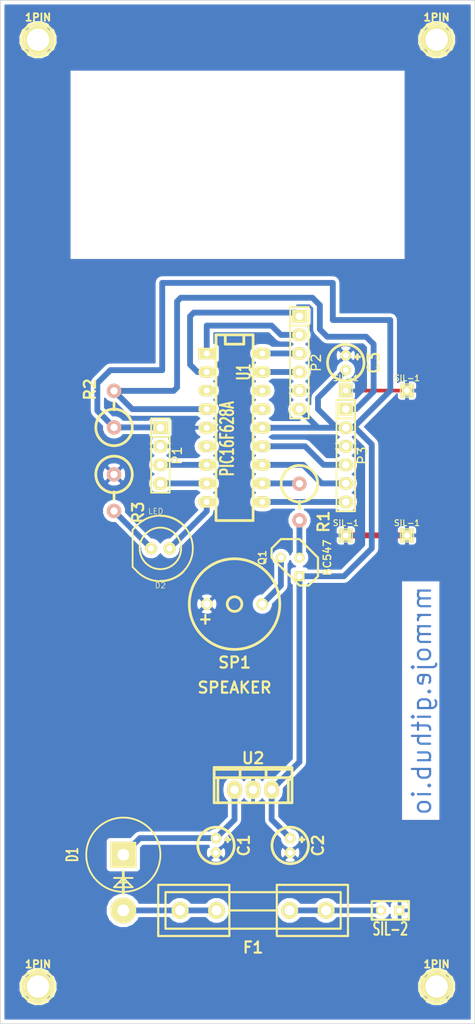
<source format=kicad_pcb>
(kicad_pcb (version 4) (host pcbnew "(2014-08-05 BZR 5054)-product")

  (general
    (links 48)
    (no_connects 0)
    (area 115.185999 24.033999 180.286001 164.134001)
    (thickness 1.6)
    (drawings 5)
    (tracks 85)
    (zones 0)
    (modules 25)
    (nets 21)
  )

  (page A4)
  (layers
    (0 F.Cu signal)
    (31 B.Cu signal)
    (32 B.Adhes user)
    (33 F.Adhes user)
    (34 B.Paste user)
    (35 F.Paste user)
    (36 B.SilkS user)
    (37 F.SilkS user)
    (38 B.Mask user)
    (39 F.Mask user)
    (40 Dwgs.User user)
    (41 Cmts.User user)
    (42 Eco1.User user)
    (43 Eco2.User user)
    (44 Edge.Cuts user)
    (45 Margin user)
    (46 B.CrtYd user)
    (47 F.CrtYd user)
    (48 B.Fab user)
    (49 F.Fab user)
  )

  (setup
    (last_trace_width 0.8)
    (trace_clearance 0.25)
    (zone_clearance 0.508)
    (zone_45_only yes)
    (trace_min 0.254)
    (segment_width 0.2)
    (edge_width 0.1)
    (via_size 1)
    (via_drill 0.635)
    (via_min_size 0.889)
    (via_min_drill 0.508)
    (uvia_size 0.508)
    (uvia_drill 0.127)
    (uvias_allowed no)
    (uvia_min_size 0.508)
    (uvia_min_drill 0.127)
    (pcb_text_width 0.3)
    (pcb_text_size 1.5 1.5)
    (mod_edge_width 0.15)
    (mod_text_size 1 1)
    (mod_text_width 0.15)
    (pad_size 1.5 1.5)
    (pad_drill 0.8)
    (pad_to_mask_clearance 0)
    (aux_axis_origin 120.396 159.004)
    (grid_origin 110.236 164.084)
    (visible_elements FFFFFF7F)
    (pcbplotparams
      (layerselection 0x00000_80000000)
      (usegerberextensions false)
      (excludeedgelayer true)
      (linewidth 0.100000)
      (plotframeref false)
      (viasonmask false)
      (mode 1)
      (useauxorigin false)
      (hpglpennumber 1)
      (hpglpenspeed 20)
      (hpglpendiameter 15)
      (hpglpenoverlay 2)
      (psnegative false)
      (psa4output false)
      (plotreference true)
      (plotvalue true)
      (plotinvisibletext false)
      (padsonsilk false)
      (subtractmaskfromsilk false)
      (outputformat 4)
      (mirror false)
      (drillshape 0)
      (scaleselection 1)
      (outputdirectory /home/james/Desktop/rtr_pcb.ps/))
  )

  (net 0 "")
  (net 1 N-000024)
  (net 2 GND)
  (net 3 +5V)
  (net 4 N-000023)
  (net 5 /LED)
  (net 6 N-000019)
  (net 7 +12V)
  (net 8 /P1_RX)
  (net 9 /P1_TX)
  (net 10 N-000014)
  (net 11 N-000006)
  (net 12 N-000002)
  (net 13 N-000003)
  (net 14 /P3_1)
  (net 15 /P3_4)
  (net 16 /P3_5)
  (net 17 /P3_6)
  (net 18 N-000012)
  (net 19 N-000011)
  (net 20 /BZR)

  (net_class Default "This is the default net class."
    (clearance 0.25)
    (trace_width 0.8)
    (via_dia 1)
    (via_drill 0.635)
    (uvia_dia 0.508)
    (uvia_drill 0.127)
    (add_net +12V)
    (add_net +5V)
    (add_net /BZR)
    (add_net /LED)
    (add_net /P1_RX)
    (add_net /P1_TX)
    (add_net /P3_1)
    (add_net /P3_4)
    (add_net /P3_5)
    (add_net /P3_6)
    (add_net GND)
    (add_net N-000002)
    (add_net N-000003)
    (add_net N-000006)
    (add_net N-000011)
    (add_net N-000012)
    (add_net N-000014)
    (add_net N-000019)
    (add_net N-000023)
    (add_net N-000024)
  )

  (module Connect:1pin (layer F.Cu) (tedit 53F3E3B1) (tstamp 53F3E0EB)
    (at 175.006 159.004)
    (descr "module 1 pin (ou trou mecanique de percage)")
    (tags DEV)
    (fp_text reference 1PIN (at 0 -3.048) (layer F.SilkS)
      (effects (font (size 1.016 1.016) (thickness 0.254)))
    )
    (fp_text value P*** (at 0 2.794) (layer F.SilkS) hide
      (effects (font (size 1.016 1.016) (thickness 0.254)))
    )
    (fp_circle (center 0 0) (end 0 -2.286) (layer F.SilkS) (width 0.381))
    (pad 1 thru_hole circle (at 0 0) (size 4.064 4.064) (drill 3.048) (layers *.Cu *.Mask F.SilkS)
      (net 2 GND))
  )

  (module Capacitors_Elko_ThroughHole:Elko_vert_DM5_RM2 (layer F.Cu) (tedit 53F391F1) (tstamp 53F39228)
    (at 144.78 139.7 270)
    (descr "Electrolytic Capacitor, vertical, diameter 5mm, RM 2mm, radial,")
    (tags "Electrolytic Capacitor, vertical, diameter 5mm,  radial, RM 2mm, Elko, Electrolytkondensator, Kondensator gepolt, Durchmesser 5mm")
    (path /53F13EA7)
    (fp_text reference C1 (at 0 -3.81 270) (layer F.SilkS)
      (effects (font (thickness 0.3048)))
    )
    (fp_text value 100nF (at 0 3.81 270) (layer F.SilkS) hide
      (effects (font (thickness 0.3048)))
    )
    (fp_line (start -0.8001 -1.89992) (end -0.8001 -1.30048) (layer F.SilkS) (width 0.381))
    (fp_line (start -1.09982 -1.6002) (end -0.50038 -1.6002) (layer F.SilkS) (width 0.381))
    (fp_line (start -0.8001 -1.6002) (end -0.8001 -1.30048) (layer F.Cu) (width 0.381))
    (fp_line (start -0.8001 -1.6002) (end -0.50038 -1.6002) (layer F.Cu) (width 0.381))
    (fp_line (start -1.09982 -1.6002) (end -0.8001 -1.6002) (layer F.Cu) (width 0.381))
    (fp_line (start -0.8001 -1.6002) (end -0.8001 -1.89992) (layer F.Cu) (width 0.381))
    (fp_circle (center 0 0) (end 2.49936 0) (layer F.SilkS) (width 0.381))
    (pad 1 thru_hole circle (at -1.00076 0 270) (size 1.48082 1.48082) (drill 0.8001) (layers *.Cu *.Mask F.SilkS)
      (net 1 N-000024))
    (pad 2 thru_hole circle (at 1.00076 0 270) (size 1.48082 1.48082) (drill 0.8001) (layers *.Cu *.Mask F.SilkS)
      (net 2 GND))
  )

  (module Capacitors_Elko_ThroughHole:Elko_vert_DM5_RM2 (layer F.Cu) (tedit 53F391F1) (tstamp 53F39235)
    (at 154.94 139.7 270)
    (descr "Electrolytic Capacitor, vertical, diameter 5mm, RM 2mm, radial,")
    (tags "Electrolytic Capacitor, vertical, diameter 5mm,  radial, RM 2mm, Elko, Electrolytkondensator, Kondensator gepolt, Durchmesser 5mm")
    (path /53F13ECE)
    (fp_text reference C2 (at 0 -3.81 270) (layer F.SilkS)
      (effects (font (thickness 0.3048)))
    )
    (fp_text value 100nF (at 0 3.81 270) (layer F.SilkS) hide
      (effects (font (thickness 0.3048)))
    )
    (fp_line (start -0.8001 -1.89992) (end -0.8001 -1.30048) (layer F.SilkS) (width 0.381))
    (fp_line (start -1.09982 -1.6002) (end -0.50038 -1.6002) (layer F.SilkS) (width 0.381))
    (fp_line (start -0.8001 -1.6002) (end -0.8001 -1.30048) (layer F.Cu) (width 0.381))
    (fp_line (start -0.8001 -1.6002) (end -0.50038 -1.6002) (layer F.Cu) (width 0.381))
    (fp_line (start -1.09982 -1.6002) (end -0.8001 -1.6002) (layer F.Cu) (width 0.381))
    (fp_line (start -0.8001 -1.6002) (end -0.8001 -1.89992) (layer F.Cu) (width 0.381))
    (fp_circle (center 0 0) (end 2.49936 0) (layer F.SilkS) (width 0.381))
    (pad 1 thru_hole circle (at -1.00076 0 270) (size 1.48082 1.48082) (drill 0.8001) (layers *.Cu *.Mask F.SilkS)
      (net 3 +5V))
    (pad 2 thru_hole circle (at 1.00076 0 270) (size 1.48082 1.48082) (drill 0.8001) (layers *.Cu *.Mask F.SilkS)
      (net 2 GND))
  )

  (module Capacitors_Elko_ThroughHole:Elko_vert_DM5_RM2 (layer F.Cu) (tedit 53F391F1) (tstamp 53F39B39)
    (at 162.56 73.66 270)
    (descr "Electrolytic Capacitor, vertical, diameter 5mm, RM 2mm, radial,")
    (tags "Electrolytic Capacitor, vertical, diameter 5mm,  radial, RM 2mm, Elko, Electrolytkondensator, Kondensator gepolt, Durchmesser 5mm")
    (path /53F1207E)
    (fp_text reference C3 (at 0 -3.81 270) (layer F.SilkS)
      (effects (font (thickness 0.3048)))
    )
    (fp_text value 100nF (at 0 3.81 270) (layer F.SilkS) hide
      (effects (font (thickness 0.3048)))
    )
    (fp_line (start -0.8001 -1.89992) (end -0.8001 -1.30048) (layer F.SilkS) (width 0.381))
    (fp_line (start -1.09982 -1.6002) (end -0.50038 -1.6002) (layer F.SilkS) (width 0.381))
    (fp_line (start -0.8001 -1.6002) (end -0.8001 -1.30048) (layer F.Cu) (width 0.381))
    (fp_line (start -0.8001 -1.6002) (end -0.50038 -1.6002) (layer F.Cu) (width 0.381))
    (fp_line (start -1.09982 -1.6002) (end -0.8001 -1.6002) (layer F.Cu) (width 0.381))
    (fp_line (start -0.8001 -1.6002) (end -0.8001 -1.89992) (layer F.Cu) (width 0.381))
    (fp_circle (center 0 0) (end 2.49936 0) (layer F.SilkS) (width 0.381))
    (pad 1 thru_hole circle (at -1.00076 0 270) (size 1.48082 1.48082) (drill 0.8001) (layers *.Cu *.Mask F.SilkS)
      (net 2 GND))
    (pad 2 thru_hole circle (at 1.00076 0 270) (size 1.48082 1.48082) (drill 0.8001) (layers *.Cu *.Mask F.SilkS)
      (net 3 +5V))
  )

  (module Diodes_ThroughHole:Diode_P600_Vertical_AnodeUp (layer F.Cu) (tedit 53F391EF) (tstamp 53F39250)
    (at 132.08 140.97 270)
    (descr "Diode, P600, vertical, Anode up,")
    (tags "Diode, P600, vertical, Anode up,")
    (path /53F1363F)
    (fp_text reference D1 (at 0 6.985 270) (layer F.SilkS)
      (effects (font (size 1.524 1.016) (thickness 0.254)))
    )
    (fp_text value 1N007 (at 0.635 -6.985 270) (layer F.SilkS) hide
      (effects (font (size 1.524 1.016) (thickness 0.254)))
    )
    (fp_line (start 2.286 0) (end 5.334 0) (layer F.SilkS) (width 0.381))
    (fp_line (start 3.175 0) (end 4.445 0) (layer F.SilkS) (width 0.254))
    (fp_line (start 3.81 -0.635) (end 3.81 0.635) (layer F.SilkS) (width 0.254))
    (fp_line (start 3.175 0) (end 4.445 1.27) (layer F.SilkS) (width 0.254))
    (fp_line (start 3.175 0) (end 4.445 -1.27) (layer F.SilkS) (width 0.254))
    (fp_line (start 3.175 -1.27) (end 3.175 1.27) (layer F.SilkS) (width 0.254))
    (fp_line (start 4.445 -1.27) (end 4.445 1.27) (layer F.SilkS) (width 0.254))
    (fp_circle (center 0 0) (end 5.08 0) (layer F.SilkS) (width 0.254))
    (pad 1 thru_hole circle (at 7.62 0 270) (size 3.54076 3.54076) (drill 1.6002) (layers *.Cu *.Mask F.SilkS)
      (net 4 N-000023))
    (pad 2 thru_hole rect (at 0 0 270) (size 3.54076 3.54076) (drill 1.6002) (layers *.Cu *.Mask F.SilkS)
      (net 1 N-000024))
  )

  (module LEDs:LED-8MM (layer F.Cu) (tedit 53F391EB) (tstamp 53F3925E)
    (at 137.16 99.06 180)
    (descr "LED 8mm - Lead pitch 100mil (2,54mm)")
    (tags "LED led 5mm 5MM 100mil 2,54mm")
    (path /53F28C48)
    (fp_text reference D2 (at 0 -5.08 180) (layer F.SilkS)
      (effects (font (size 0.762 0.762) (thickness 0.0889)))
    )
    (fp_text value LED (at 0.635 5.08 180) (layer F.SilkS)
      (effects (font (size 0.762 0.762) (thickness 0.0889)))
    )
    (fp_circle (center 0 0) (end 1.27 2.54) (layer F.SilkS) (width 0.254))
    (fp_line (start 3.81 -2.54) (end 3.81 2.54) (layer F.SilkS) (width 0.254))
    (fp_line (start 3.175 3.175) (end 3.81 2.54) (layer F.SilkS) (width 0.254))
    (fp_line (start 3.175 -3.175) (end 3.81 -2.54) (layer F.SilkS) (width 0.254))
    (fp_arc (start 0 0) (end 3.175 3.175) (angle 90) (layer F.SilkS) (width 0.254))
    (fp_arc (start 0 0) (end -3.175 -3.175) (angle 90) (layer F.SilkS) (width 0.254))
    (fp_arc (start 0 0) (end 0 4.445) (angle 90) (layer F.SilkS) (width 0.254))
    (fp_arc (start 0 0) (end -4.445 0) (angle 90) (layer F.SilkS) (width 0.254))
    (pad 1 thru_hole circle (at -1.27 0 180) (size 1.6764 1.6764) (drill 0.8128) (layers *.Cu *.Mask F.SilkS)
      (net 5 /LED))
    (pad 2 thru_hole circle (at 1.27 0 180) (size 1.6764 1.6764) (drill 0.8128) (layers *.Cu *.Mask F.SilkS)
      (net 6 N-000019))
  )

  (module Fuse_Holders_and_Fuses:Fuseholder5x20_horiz_open_inline_Type-I (layer F.Cu) (tedit 53F391EC) (tstamp 53F39279)
    (at 149.86 148.59 180)
    (descr "Fuseholder, 5x20, open, horizontal, Type-I, Inline,")
    (tags "Fuseholder, 5x20, open, horizontal, Type-I, Inline, Sicherungshalter, offen,")
    (path /53F13E56)
    (fp_text reference F1 (at 0 -5.08 180) (layer F.SilkS)
      (effects (font (thickness 0.3048)))
    )
    (fp_text value 0.16A (at 1.27 5.08 180) (layer F.SilkS) hide
      (effects (font (thickness 0.3048)))
    )
    (fp_line (start 3.2512 0) (end -3.2512 0) (layer F.SilkS) (width 0.3048))
    (fp_line (start 3.2512 -3.50012) (end 3.2512 3.50012) (layer F.SilkS) (width 0.3048))
    (fp_line (start 11.99896 3.50012) (end 3.2512 3.50012) (layer F.SilkS) (width 0.3048))
    (fp_line (start 11.99896 -3.50012) (end 3.2512 -3.50012) (layer F.SilkS) (width 0.3048))
    (fp_line (start -10.74928 2.49936) (end -11.99896 2.49936) (layer F.SilkS) (width 0.3048))
    (fp_line (start -10.50036 -2.49936) (end -11.99896 -2.49936) (layer F.SilkS) (width 0.3048))
    (fp_line (start 1.50114 2.49936) (end -10.74928 2.49936) (layer F.SilkS) (width 0.3048))
    (fp_line (start 1.24968 -2.49936) (end -10.50036 -2.49936) (layer F.SilkS) (width 0.3048))
    (fp_line (start 11.99896 2.49936) (end 1.50114 2.49936) (layer F.SilkS) (width 0.3048))
    (fp_line (start 11.99896 -2.49936) (end 1.24968 -2.49936) (layer F.SilkS) (width 0.3048))
    (fp_line (start 11.99896 -2.49936) (end 11.99896 2.49936) (layer F.SilkS) (width 0.3048))
    (fp_line (start 12.99972 -3.50012) (end 11.99896 -3.50012) (layer F.SilkS) (width 0.3048))
    (fp_line (start 12.99972 -3.50012) (end 12.99972 3.50012) (layer F.SilkS) (width 0.3048))
    (fp_line (start 12.99972 3.50012) (end 11.99896 3.50012) (layer F.SilkS) (width 0.3048))
    (fp_line (start -11.99896 -2.49936) (end -11.99896 2.49936) (layer F.SilkS) (width 0.3048))
    (fp_line (start -3.2512 -3.50012) (end -12.99972 -3.50012) (layer F.SilkS) (width 0.3048))
    (fp_line (start -12.99972 -3.50012) (end -12.99972 3.50012) (layer F.SilkS) (width 0.3048))
    (fp_line (start -3.2512 3.50012) (end -12.99972 3.50012) (layer F.SilkS) (width 0.3048))
    (fp_line (start -3.2512 -3.50012) (end -3.2512 3.50012) (layer F.SilkS) (width 0.3048))
    (pad 2 thru_hole circle (at 5.00126 0 180) (size 2.3495 2.3495) (drill 1.34874) (layers *.Cu *.Mask F.SilkS)
      (net 4 N-000023))
    (pad 2 thru_hole circle (at 9.99998 0 180) (size 2.3495 2.3495) (drill 1.34874) (layers *.Cu *.Mask F.SilkS)
      (net 4 N-000023))
    (pad 1 thru_hole circle (at -5.00126 0 180) (size 2.3495 2.3495) (drill 1.34874) (layers *.Cu *.Mask F.SilkS)
      (net 7 +12V))
    (pad 1 thru_hole circle (at -9.99998 0 180) (size 2.3495 2.3495) (drill 1.34874) (layers *.Cu *.Mask F.SilkS)
      (net 7 +12V))
  )

  (module Pin_Headers:Pin_Header_Straight_1x04 (layer F.Cu) (tedit 53F391E9) (tstamp 53F39288)
    (at 137.16 86.36 270)
    (descr "1 pin")
    (tags "CONN DEV")
    (path /53F113F7)
    (fp_text reference P1 (at 0 -2.286 270) (layer F.SilkS)
      (effects (font (size 1.27 1.27) (thickness 0.2032)))
    )
    (fp_text value CONN_4 (at 0 0 270) (layer F.SilkS) hide
      (effects (font (size 1.27 1.27) (thickness 0.2032)))
    )
    (fp_line (start -2.54 1.27) (end 5.08 1.27) (layer F.SilkS) (width 0.254))
    (fp_line (start -2.54 -1.27) (end 5.08 -1.27) (layer F.SilkS) (width 0.254))
    (fp_line (start -5.08 -1.27) (end -2.54 -1.27) (layer F.SilkS) (width 0.254))
    (fp_line (start 5.08 1.27) (end 5.08 -1.27) (layer F.SilkS) (width 0.254))
    (fp_line (start -2.54 -1.27) (end -2.54 1.27) (layer F.SilkS) (width 0.254))
    (fp_line (start -5.08 -1.27) (end -5.08 1.27) (layer F.SilkS) (width 0.254))
    (fp_line (start -5.08 1.27) (end -2.54 1.27) (layer F.SilkS) (width 0.254))
    (pad 1 thru_hole rect (at -3.81 0 270) (size 1.7272 2.032) (drill 1.016) (layers *.Cu *.Mask F.SilkS)
      (net 3 +5V))
    (pad 2 thru_hole oval (at -1.27 0 270) (size 1.7272 2.032) (drill 1.016) (layers *.Cu *.Mask F.SilkS)
      (net 2 GND))
    (pad 3 thru_hole oval (at 1.27 0 270) (size 1.7272 2.032) (drill 1.016) (layers *.Cu *.Mask F.SilkS)
      (net 8 /P1_RX))
    (pad 4 thru_hole oval (at 3.81 0 270) (size 1.7272 2.032) (drill 1.016) (layers *.Cu *.Mask F.SilkS)
      (net 9 /P1_TX))
    (model Pin_Headers/Pin_Header_Straight_1x04.wrl
      (at (xyz 0 0 0))
      (scale (xyz 1 1 1))
      (rotate (xyz 0 0 0))
    )
  )

  (module Pin_Headers:Pin_Header_Straight_1x06 (layer F.Cu) (tedit 53F391E9) (tstamp 53F39B2B)
    (at 156.21 73.66 270)
    (descr "1 pin")
    (tags "CONN DEV")
    (path /53F11E9D)
    (fp_text reference P2 (at 0 -2.286 270) (layer F.SilkS)
      (effects (font (size 1.27 1.27) (thickness 0.2032)))
    )
    (fp_text value CONN_6 (at 0 0 270) (layer F.SilkS) hide
      (effects (font (size 1.27 1.27) (thickness 0.2032)))
    )
    (fp_line (start -5.08 -1.27) (end 7.62 -1.27) (layer F.SilkS) (width 0.254))
    (fp_line (start 7.62 -1.27) (end 7.62 1.27) (layer F.SilkS) (width 0.254))
    (fp_line (start 7.62 1.27) (end -5.08 1.27) (layer F.SilkS) (width 0.254))
    (fp_line (start -7.62 -1.27) (end -5.08 -1.27) (layer F.SilkS) (width 0.254))
    (fp_line (start -5.08 -1.27) (end -5.08 1.27) (layer F.SilkS) (width 0.254))
    (fp_line (start -7.62 -1.27) (end -7.62 1.27) (layer F.SilkS) (width 0.254))
    (fp_line (start -7.62 1.27) (end -5.08 1.27) (layer F.SilkS) (width 0.254))
    (pad 1 thru_hole rect (at -6.35 0 270) (size 1.7272 2.032) (drill 1.016) (layers *.Cu *.Mask F.SilkS)
      (net 10 N-000014))
    (pad 2 thru_hole oval (at -3.81 0 270) (size 1.7272 2.032) (drill 1.016) (layers *.Cu *.Mask F.SilkS)
      (net 11 N-000006))
    (pad 3 thru_hole oval (at -1.27 0 270) (size 1.7272 2.032) (drill 1.016) (layers *.Cu *.Mask F.SilkS)
      (net 12 N-000002))
    (pad 4 thru_hole oval (at 1.27 0 270) (size 1.7272 2.032) (drill 1.016) (layers *.Cu *.Mask F.SilkS)
      (net 13 N-000003))
    (pad 5 thru_hole oval (at 3.81 0 270) (size 1.7272 2.032) (drill 1.016) (layers *.Cu *.Mask F.SilkS)
      (net 2 GND))
    (pad 6 thru_hole oval (at 6.35 0 270) (size 1.7272 2.032) (drill 1.016) (layers *.Cu *.Mask F.SilkS)
      (net 3 +5V))
    (model Pin_Headers/Pin_Header_Straight_1x06.wrl
      (at (xyz 0 0 0))
      (scale (xyz 1 1 1))
      (rotate (xyz 0 0 0))
    )
  )

  (module Pin_Headers:Pin_Header_Straight_1x06 (layer F.Cu) (tedit 53F391E9) (tstamp 53F39B19)
    (at 162.56 86.36 270)
    (descr "1 pin")
    (tags "CONN DEV")
    (path /53F11F1C)
    (fp_text reference P3 (at 0 -2.286 270) (layer F.SilkS)
      (effects (font (size 1.27 1.27) (thickness 0.2032)))
    )
    (fp_text value CONN_6 (at 0 0 270) (layer F.SilkS) hide
      (effects (font (size 1.27 1.27) (thickness 0.2032)))
    )
    (fp_line (start -5.08 -1.27) (end 7.62 -1.27) (layer F.SilkS) (width 0.254))
    (fp_line (start 7.62 -1.27) (end 7.62 1.27) (layer F.SilkS) (width 0.254))
    (fp_line (start 7.62 1.27) (end -5.08 1.27) (layer F.SilkS) (width 0.254))
    (fp_line (start -7.62 -1.27) (end -5.08 -1.27) (layer F.SilkS) (width 0.254))
    (fp_line (start -5.08 -1.27) (end -5.08 1.27) (layer F.SilkS) (width 0.254))
    (fp_line (start -7.62 -1.27) (end -7.62 1.27) (layer F.SilkS) (width 0.254))
    (fp_line (start -7.62 1.27) (end -5.08 1.27) (layer F.SilkS) (width 0.254))
    (pad 1 thru_hole rect (at -6.35 0 270) (size 1.7272 2.032) (drill 1.016) (layers *.Cu *.Mask F.SilkS)
      (net 14 /P3_1))
    (pad 2 thru_hole oval (at -3.81 0 270) (size 1.7272 2.032) (drill 1.016) (layers *.Cu *.Mask F.SilkS)
      (net 3 +5V))
    (pad 3 thru_hole oval (at -1.27 0 270) (size 1.7272 2.032) (drill 1.016) (layers *.Cu *.Mask F.SilkS)
      (net 2 GND))
    (pad 4 thru_hole oval (at 1.27 0 270) (size 1.7272 2.032) (drill 1.016) (layers *.Cu *.Mask F.SilkS)
      (net 15 /P3_4))
    (pad 5 thru_hole oval (at 3.81 0 270) (size 1.7272 2.032) (drill 1.016) (layers *.Cu *.Mask F.SilkS)
      (net 16 /P3_5))
    (pad 6 thru_hole oval (at 6.35 0 270) (size 1.7272 2.032) (drill 1.016) (layers *.Cu *.Mask F.SilkS)
      (net 17 /P3_6))
    (model Pin_Headers/Pin_Header_Straight_1x06.wrl
      (at (xyz 0 0 0))
      (scale (xyz 1 1 1))
      (rotate (xyz 0 0 0))
    )
  )

  (module Discret:TO92 (layer F.Cu) (tedit 53F391EE) (tstamp 53F392B9)
    (at 154.94 101.6 270)
    (descr "Transistor TO92 brochage type BC237")
    (tags "TR TO92")
    (path /53F0F6F2)
    (fp_text reference Q1 (at -1.27 3.81 270) (layer F.SilkS)
      (effects (font (size 1.016 1.016) (thickness 0.2032)))
    )
    (fp_text value BC547 (at -1.27 -5.08 270) (layer F.SilkS)
      (effects (font (size 1.016 1.016) (thickness 0.2032)))
    )
    (fp_line (start -1.27 2.54) (end 2.54 -1.27) (layer F.SilkS) (width 0.3048))
    (fp_line (start 2.54 -1.27) (end 2.54 -2.54) (layer F.SilkS) (width 0.3048))
    (fp_line (start 2.54 -2.54) (end 1.27 -3.81) (layer F.SilkS) (width 0.3048))
    (fp_line (start 1.27 -3.81) (end -1.27 -3.81) (layer F.SilkS) (width 0.3048))
    (fp_line (start -1.27 -3.81) (end -3.81 -1.27) (layer F.SilkS) (width 0.3048))
    (fp_line (start -3.81 -1.27) (end -3.81 1.27) (layer F.SilkS) (width 0.3048))
    (fp_line (start -3.81 1.27) (end -2.54 2.54) (layer F.SilkS) (width 0.3048))
    (fp_line (start -2.54 2.54) (end -1.27 2.54) (layer F.SilkS) (width 0.3048))
    (pad 1 thru_hole rect (at 1.27 -1.27 270) (size 1.397 1.397) (drill 0.8128) (layers *.Cu *.Mask F.SilkS)
      (net 3 +5V))
    (pad 2 thru_hole circle (at -1.27 -1.27 270) (size 1.397 1.397) (drill 0.8128) (layers *.Cu *.Mask F.SilkS)
      (net 18 N-000012))
    (pad 3 thru_hole circle (at -1.27 1.27 270) (size 1.397 1.397) (drill 0.8128) (layers *.Cu *.Mask F.SilkS)
      (net 19 N-000011))
    (model discret/to98.wrl
      (at (xyz 0 0 0))
      (scale (xyz 1 1 1))
      (rotate (xyz 0 0 0))
    )
  )

  (module Resistors_ThroughHole:Resistor_Vertical_RM5mm (layer F.Cu) (tedit 53F391E6) (tstamp 53F392C1)
    (at 156.21 92.71 270)
    (descr "Resistor, Vertical, RM 5mm, 1/3W,")
    (tags "Resistor, Vertical, RM 5mm, 1/3W,")
    (path /53F103D6)
    (fp_text reference R1 (at 2.70002 -3.29946 270) (layer F.SilkS)
      (effects (font (thickness 0.3048)))
    )
    (fp_text value 1k (at 0 4.50088 270) (layer F.SilkS) hide
      (effects (font (size 1.50114 1.50114) (thickness 0.20066)))
    )
    (fp_line (start -0.09906 0) (end 0.9017 0) (layer F.SilkS) (width 0.381))
    (fp_circle (center -2.49936 0) (end 0 0) (layer F.SilkS) (width 0.381))
    (pad 1 thru_hole circle (at -2.49936 0 270) (size 1.99898 1.99898) (drill 1.00076) (layers *.Cu *.SilkS *.Mask)
      (net 20 /BZR))
    (pad 2 thru_hole circle (at 2.5019 0 270) (size 1.99898 1.99898) (drill 1.00076) (layers *.Cu *.SilkS *.Mask)
      (net 18 N-000012))
  )

  (module Resistors_ThroughHole:Resistor_Vertical_RM5mm (layer F.Cu) (tedit 53F391E6) (tstamp 53F392C9)
    (at 130.81 80.01 90)
    (descr "Resistor, Vertical, RM 5mm, 1/3W,")
    (tags "Resistor, Vertical, RM 5mm, 1/3W,")
    (path /53F120A3)
    (fp_text reference R2 (at 2.70002 -3.29946 90) (layer F.SilkS)
      (effects (font (thickness 0.3048)))
    )
    (fp_text value 10k (at 0 4.50088 90) (layer F.SilkS) hide
      (effects (font (size 1.50114 1.50114) (thickness 0.20066)))
    )
    (fp_line (start -0.09906 0) (end 0.9017 0) (layer F.SilkS) (width 0.381))
    (fp_circle (center -2.49936 0) (end 0 0) (layer F.SilkS) (width 0.381))
    (pad 1 thru_hole circle (at -2.49936 0 90) (size 1.99898 1.99898) (drill 1.00076) (layers *.Cu *.SilkS *.Mask)
      (net 3 +5V))
    (pad 2 thru_hole circle (at 2.5019 0 90) (size 1.99898 1.99898) (drill 1.00076) (layers *.Cu *.SilkS *.Mask)
      (net 14 /P3_1))
  )

  (module Resistors_ThroughHole:Resistor_Vertical_RM5mm (layer F.Cu) (tedit 53F391E6) (tstamp 53F392D1)
    (at 130.81 91.44 270)
    (descr "Resistor, Vertical, RM 5mm, 1/3W,")
    (tags "Resistor, Vertical, RM 5mm, 1/3W,")
    (path /53F29102)
    (fp_text reference R3 (at 2.70002 -3.29946 270) (layer F.SilkS)
      (effects (font (thickness 0.3048)))
    )
    (fp_text value 1k (at 0 4.50088 270) (layer F.SilkS) hide
      (effects (font (size 1.50114 1.50114) (thickness 0.20066)))
    )
    (fp_line (start -0.09906 0) (end 0.9017 0) (layer F.SilkS) (width 0.381))
    (fp_circle (center -2.49936 0) (end 0 0) (layer F.SilkS) (width 0.381))
    (pad 1 thru_hole circle (at -2.49936 0 270) (size 1.99898 1.99898) (drill 1.00076) (layers *.Cu *.SilkS *.Mask)
      (net 2 GND))
    (pad 2 thru_hole circle (at 2.5019 0 270) (size 1.99898 1.99898) (drill 1.00076) (layers *.Cu *.SilkS *.Mask)
      (net 6 N-000019))
  )

  (module Buzzers_Beepers:MagneticBuzzer_ProSignal_ABI-009-RC (layer F.Cu) (tedit 53F396A4) (tstamp 53F392DA)
    (at 147.32 106.68 180)
    (descr "Buzzer, Elektromagnetic Beeper, Summer, 6V-DC,")
    (tags "Pro Signal, ABI-009-RC,")
    (path /53F0FF84)
    (fp_text reference SP1 (at 0 -8.001 180) (layer F.SilkS)
      (effects (font (thickness 0.3048)))
    )
    (fp_text value SPEAKER (at 0 -11.43 180) (layer F.SilkS)
      (effects (font (thickness 0.3048)))
    )
    (fp_circle (center 0 0) (end 1.00076 0) (layer F.SilkS) (width 0.381))
    (fp_text user + (at 4.0005 -1.99898 180) (layer F.SilkS)
      (effects (font (thickness 0.3048)))
    )
    (fp_circle (center 0 0) (end 6.20014 0) (layer F.SilkS) (width 0.381))
    (pad 1 thru_hole circle (at -3.79984 0 180) (size 1.6002 1.6002) (drill 1.00076) (layers *.Cu *.Mask F.SilkS)
      (net 19 N-000011))
    (pad 2 thru_hole circle (at 3.79984 0 180) (size 1.6002 1.6002) (drill 1.00076) (layers *.Cu *.Mask F.SilkS)
      (net 2 GND))
  )

  (module Sockets_DIP:DIP-18__300_ELL (layer F.Cu) (tedit 53F391E5) (tstamp 53F393E1)
    (at 147.32 82.55 270)
    (descr "18 pins DIL package, elliptical pads")
    (path /53F0F681)
    (fp_text reference U1 (at -7.62 -1.27 270) (layer F.SilkS)
      (effects (font (size 1.778 1.143) (thickness 0.3048)))
    )
    (fp_text value PIC16F628A (at 1.524 1.016 270) (layer F.SilkS)
      (effects (font (size 1.778 1.143) (thickness 0.3048)))
    )
    (fp_line (start -12.7 -1.27) (end -11.43 -1.27) (layer F.SilkS) (width 0.381))
    (fp_line (start -11.43 -1.27) (end -11.43 1.27) (layer F.SilkS) (width 0.381))
    (fp_line (start -11.43 1.27) (end -12.7 1.27) (layer F.SilkS) (width 0.381))
    (fp_line (start -12.7 -2.54) (end 12.7 -2.54) (layer F.SilkS) (width 0.381))
    (fp_line (start 12.7 -2.54) (end 12.7 2.54) (layer F.SilkS) (width 0.381))
    (fp_line (start 12.7 2.54) (end -12.7 2.54) (layer F.SilkS) (width 0.381))
    (fp_line (start -12.7 2.54) (end -12.7 -2.54) (layer F.SilkS) (width 0.381))
    (pad 1 thru_hole rect (at -10.16 3.81 270) (size 1.5748 2.286) (drill 0.8128) (layers *.Cu *.Mask F.SilkS)
      (net 11 N-000006))
    (pad 2 thru_hole oval (at -7.62 3.81 270) (size 1.5748 2.286) (drill 0.8128) (layers *.Cu *.Mask F.SilkS)
      (net 10 N-000014))
    (pad 3 thru_hole oval (at -5.08 3.81 270) (size 1.5748 2.286) (drill 0.8128) (layers *.Cu *.Mask F.SilkS))
    (pad 4 thru_hole oval (at -2.54 3.81 270) (size 1.5748 2.286) (drill 0.8128) (layers *.Cu *.Mask F.SilkS)
      (net 14 /P3_1))
    (pad 5 thru_hole oval (at 0 3.81 270) (size 1.5748 2.286) (drill 0.8128) (layers *.Cu *.Mask F.SilkS)
      (net 2 GND))
    (pad 6 thru_hole oval (at 2.54 3.81 270) (size 1.5748 2.286) (drill 0.8128) (layers *.Cu *.Mask F.SilkS))
    (pad 7 thru_hole oval (at 5.08 3.81 270) (size 1.5748 2.286) (drill 0.8128) (layers *.Cu *.Mask F.SilkS)
      (net 8 /P1_RX))
    (pad 8 thru_hole oval (at 7.62 3.81 270) (size 1.5748 2.286) (drill 0.8128) (layers *.Cu *.Mask F.SilkS)
      (net 9 /P1_TX))
    (pad 9 thru_hole oval (at 10.16 3.81 270) (size 1.5748 2.286) (drill 0.8128) (layers *.Cu *.Mask F.SilkS)
      (net 5 /LED))
    (pad 10 thru_hole oval (at 10.16 -3.81 270) (size 1.5748 2.286) (drill 0.8128) (layers *.Cu *.Mask F.SilkS)
      (net 17 /P3_6))
    (pad 11 thru_hole oval (at 7.62 -3.81 270) (size 1.5748 2.286) (drill 0.8128) (layers *.Cu *.Mask F.SilkS)
      (net 20 /BZR))
    (pad 12 thru_hole oval (at 5.08 -3.81 270) (size 1.5748 2.286) (drill 0.8128) (layers *.Cu *.Mask F.SilkS)
      (net 16 /P3_5))
    (pad 13 thru_hole oval (at 2.54 -3.81 270) (size 1.5748 2.286) (drill 0.8128) (layers *.Cu *.Mask F.SilkS)
      (net 15 /P3_4))
    (pad 14 thru_hole oval (at 0 -3.81 270) (size 1.5748 2.286) (drill 0.8128) (layers *.Cu *.Mask F.SilkS)
      (net 3 +5V))
    (pad 15 thru_hole oval (at -2.54 -3.81 270) (size 1.5748 2.286) (drill 0.8128) (layers *.Cu *.Mask F.SilkS))
    (pad 16 thru_hole oval (at -5.08 -3.81 270) (size 1.5748 2.286) (drill 0.8128) (layers *.Cu *.Mask F.SilkS))
    (pad 17 thru_hole oval (at -7.62 -3.81 270) (size 1.5748 2.286) (drill 0.8128) (layers *.Cu *.Mask F.SilkS)
      (net 13 N-000003))
    (pad 18 thru_hole oval (at -10.16 -3.81 270) (size 1.5748 2.286) (drill 0.8128) (layers *.Cu *.Mask F.SilkS)
      (net 12 N-000002))
    (model dil/dil_18.wrl
      (at (xyz 0 0 0))
      (scale (xyz 1 1 1))
      (rotate (xyz 0 0 0))
    )
  )

  (module "moje's kicad footprints:78XX" (layer F.Cu) (tedit 53F391E3) (tstamp 53F3C6C5)
    (at 149.86 132.08)
    (descr "Voltage Regulator 78XX TO-220 Package")
    (tags "Voltage Regulator 78XX TO-220 Package")
    (path /53F12F10)
    (fp_text reference U2 (at 0 -4.318) (layer F.SilkS)
      (effects (font (thickness 0.3048)))
    )
    (fp_text value 7805 (at 0 -4.318) (layer F.SilkS) hide
      (effects (font (thickness 0.3048)))
    )
    (fp_line (start 4.826 -1.651) (end 4.826 1.778) (layer F.SilkS) (width 0.381))
    (fp_line (start -4.826 -1.651) (end -4.826 1.778) (layer F.SilkS) (width 0.381))
    (fp_line (start 5.334 -2.794) (end -5.334 -2.794) (layer F.SilkS) (width 0.381))
    (fp_line (start 1.778 -1.778) (end 1.778 -3.048) (layer F.SilkS) (width 0.381))
    (fp_line (start -1.778 -1.778) (end -1.778 -3.048) (layer F.SilkS) (width 0.381))
    (fp_line (start -5.334 -1.651) (end 5.334 -1.651) (layer F.SilkS) (width 0.381))
    (fp_line (start 5.334 1.778) (end -5.334 1.778) (layer F.SilkS) (width 0.381))
    (fp_line (start -5.334 -3.048) (end -5.334 1.778) (layer F.SilkS) (width 0.381))
    (fp_line (start 5.334 -3.048) (end 5.334 1.778) (layer F.SilkS) (width 0.381))
    (fp_line (start 5.334 -3.048) (end -5.334 -3.048) (layer F.SilkS) (width 0.381))
    (pad GND thru_hole oval (at 0 0) (size 2.032 2.54) (drill 1.143) (layers *.Cu *.Mask F.SilkS)
      (net 2 GND))
    (pad VO thru_hole oval (at 2.54 0) (size 2.032 2.54) (drill 1.143) (layers *.Cu *.Mask F.SilkS)
      (net 3 +5V))
    (pad VI thru_hole oval (at -2.54 0) (size 2.032 2.54) (drill 1.143) (layers *.Cu *.Mask F.SilkS)
      (net 1 N-000024))
  )

  (module Connect:SIL-2 (layer F.Cu) (tedit 53F3E3A1) (tstamp 53F3E3C3)
    (at 168.656 148.59 180)
    (descr "Connecteurs 2 pins")
    (tags "CONN DEV")
    (fp_text reference SIL-2 (at 0 -2.54 180) (layer F.SilkS)
      (effects (font (size 1.72974 1.08712) (thickness 0.3048)))
    )
    (fp_text value Val** (at 0 -2.54 180) (layer F.SilkS) hide
      (effects (font (size 1.524 1.016) (thickness 0.3048)))
    )
    (fp_line (start -2.54 1.27) (end -2.54 -1.27) (layer F.SilkS) (width 0.3048))
    (fp_line (start -2.54 -1.27) (end 2.54 -1.27) (layer F.SilkS) (width 0.3048))
    (fp_line (start 2.54 -1.27) (end 2.54 1.27) (layer F.SilkS) (width 0.3048))
    (fp_line (start 2.54 1.27) (end -2.54 1.27) (layer F.SilkS) (width 0.3048))
    (pad 1 thru_hole rect (at -1.27 0 180) (size 1.397 1.397) (drill 0.8128) (layers *.Cu *.Mask F.SilkS)
      (net 2 GND))
    (pad 2 thru_hole circle (at 1.27 0 180) (size 1.397 1.397) (drill 0.8128) (layers *.Cu *.Mask F.SilkS)
      (net 7 +12V))
  )

  (module Connect:1pin (layer F.Cu) (tedit 53F3E3BD) (tstamp 53F3E08A)
    (at 120.396 159.004)
    (descr "module 1 pin (ou trou mecanique de percage)")
    (tags DEV)
    (fp_text reference 1PIN (at 0 -3.048) (layer F.SilkS)
      (effects (font (size 1.016 1.016) (thickness 0.254)))
    )
    (fp_text value P*** (at 0 2.794) (layer F.SilkS) hide
      (effects (font (size 1.016 1.016) (thickness 0.254)))
    )
    (fp_circle (center 0 0) (end 0 -2.286) (layer F.SilkS) (width 0.381))
    (pad 1 thru_hole circle (at 0 0) (size 4.064 4.064) (drill 3.048) (layers *.Cu *.Mask F.SilkS)
      (net 2 GND))
  )

  (module Connect:1pin (layer F.Cu) (tedit 53F3E3CE) (tstamp 53F3E0A2)
    (at 120.396 29.464)
    (descr "module 1 pin (ou trou mecanique de percage)")
    (tags DEV)
    (fp_text reference 1PIN (at 0 -3.048) (layer F.SilkS)
      (effects (font (size 1.016 1.016) (thickness 0.254)))
    )
    (fp_text value P*** (at 0 2.794) (layer F.SilkS) hide
      (effects (font (size 1.016 1.016) (thickness 0.254)))
    )
    (fp_circle (center 0 0) (end 0 -2.286) (layer F.SilkS) (width 0.381))
    (pad 1 thru_hole circle (at 0 0) (size 4.064 4.064) (drill 3.048) (layers *.Cu *.Mask F.SilkS)
      (net 2 GND))
  )

  (module Connect:1pin (layer F.Cu) (tedit 53F3E3DD) (tstamp 53F3E0D8)
    (at 175.006 29.464)
    (descr "module 1 pin (ou trou mecanique de percage)")
    (tags DEV)
    (fp_text reference 1PIN (at 0 -3.048) (layer F.SilkS)
      (effects (font (size 1.016 1.016) (thickness 0.254)))
    )
    (fp_text value P*** (at 0 2.794) (layer F.SilkS) hide
      (effects (font (size 1.016 1.016) (thickness 0.254)))
    )
    (fp_circle (center 0 0) (end 0 -2.286) (layer F.SilkS) (width 0.381))
    (pad 1 thru_hole circle (at 0 0) (size 4.064 4.064) (drill 3.048) (layers *.Cu *.Mask F.SilkS)
      (net 2 GND))
  )

  (module Connect:SIL-1 (layer F.Cu) (tedit 53F3E5FA) (tstamp 53F3E595)
    (at 162.56 77.47)
    (descr "Connecteurs 1 pin")
    (tags "CONN DEV")
    (fp_text reference SIL-1 (at 0 -1.7) (layer F.SilkS)
      (effects (font (size 0.8 0.8) (thickness 0.15)))
    )
    (fp_text value Val** (at 0.1 -1.7) (layer F.SilkS) hide
      (effects (font (size 0.8 0.8) (thickness 0.15)))
    )
    (fp_line (start -0.9 -0.9) (end 0.9 -0.9) (layer F.SilkS) (width 0.15))
    (fp_line (start 0.9 -0.9) (end 0.9 0.9) (layer F.SilkS) (width 0.15))
    (fp_line (start 0.9 0.9) (end -0.9 0.9) (layer F.SilkS) (width 0.15))
    (fp_line (start -0.9 0.9) (end -0.9 -0.9) (layer F.SilkS) (width 0.15))
    (pad 1 thru_hole rect (at 0 0) (size 1.5 1.5) (drill 0.8) (layers *.Cu *.Mask F.SilkS)
      (net 2 GND))
  )

  (module Connect:SIL-1 (layer F.Cu) (tedit 53F3E5E7) (tstamp 53F3E5C7)
    (at 170.942 77.47)
    (descr "Connecteurs 1 pin")
    (tags "CONN DEV")
    (fp_text reference SIL-1 (at 0 -1.7) (layer F.SilkS)
      (effects (font (size 0.8 0.8) (thickness 0.15)))
    )
    (fp_text value Val** (at 0.1 -1.7) (layer F.SilkS) hide
      (effects (font (size 0.8 0.8) (thickness 0.15)))
    )
    (fp_line (start -0.9 -0.9) (end 0.9 -0.9) (layer F.SilkS) (width 0.15))
    (fp_line (start 0.9 -0.9) (end 0.9 0.9) (layer F.SilkS) (width 0.15))
    (fp_line (start 0.9 0.9) (end -0.9 0.9) (layer F.SilkS) (width 0.15))
    (fp_line (start -0.9 0.9) (end -0.9 -0.9) (layer F.SilkS) (width 0.15))
    (pad 1 thru_hole rect (at 0 0) (size 1.5 1.5) (drill 0.8) (layers *.Cu *.Mask F.SilkS)
      (net 2 GND))
  )

  (module Connect:SIL-1 (layer F.Cu) (tedit 53F3F511) (tstamp 53F3F4D7)
    (at 162.56 97.282)
    (descr "Connecteurs 1 pin")
    (tags "CONN DEV")
    (fp_text reference SIL-1 (at 0 -1.7) (layer F.SilkS)
      (effects (font (size 0.8 0.8) (thickness 0.15)))
    )
    (fp_text value Val** (at 0.1 -1.7) (layer F.SilkS) hide
      (effects (font (size 0.8 0.8) (thickness 0.15)))
    )
    (fp_line (start -0.9 -0.9) (end 0.9 -0.9) (layer F.SilkS) (width 0.15))
    (fp_line (start 0.9 -0.9) (end 0.9 0.9) (layer F.SilkS) (width 0.15))
    (fp_line (start 0.9 0.9) (end -0.9 0.9) (layer F.SilkS) (width 0.15))
    (fp_line (start -0.9 0.9) (end -0.9 -0.9) (layer F.SilkS) (width 0.15))
    (pad 1 thru_hole rect (at 0 0) (size 1.5 1.5) (drill 0.8) (layers *.Cu *.Mask F.SilkS)
      (net 2 GND))
  )

  (module Connect:SIL-1 (layer F.Cu) (tedit 53F3F4FC) (tstamp 53F3F4E8)
    (at 170.942 97.282)
    (descr "Connecteurs 1 pin")
    (tags "CONN DEV")
    (fp_text reference SIL-1 (at 0 -1.7) (layer F.SilkS)
      (effects (font (size 0.8 0.8) (thickness 0.15)))
    )
    (fp_text value Val** (at 0.1 -1.7) (layer F.SilkS) hide
      (effects (font (size 0.8 0.8) (thickness 0.15)))
    )
    (fp_line (start -0.9 -0.9) (end 0.9 -0.9) (layer F.SilkS) (width 0.15))
    (fp_line (start 0.9 -0.9) (end 0.9 0.9) (layer F.SilkS) (width 0.15))
    (fp_line (start 0.9 0.9) (end -0.9 0.9) (layer F.SilkS) (width 0.15))
    (fp_line (start -0.9 0.9) (end -0.9 -0.9) (layer F.SilkS) (width 0.15))
    (pad 1 thru_hole rect (at 0 0) (size 1.5 1.5) (drill 0.8) (layers *.Cu *.Mask F.SilkS)
      (net 2 GND))
  )

  (gr_text mrmoje.github.io (at 172.974 119.888 90) (layer B.Cu)
    (effects (font (size 2.5 2.5) (thickness 0.3)) (justify mirror))
  )
  (gr_line (start 115.236 164.084) (end 115.236 24.084) (angle 90) (layer Edge.Cuts) (width 0.1))
  (gr_line (start 180.236 164.084) (end 115.236 164.084) (angle 90) (layer Edge.Cuts) (width 0.1))
  (gr_line (start 180.236 24.084) (end 180.236 164.084) (angle 90) (layer Edge.Cuts) (width 0.1))
  (gr_line (start 115.236 24.084) (end 180.236 24.084) (angle 90) (layer Edge.Cuts) (width 0.1))

  (segment (start 132.08 140.97) (end 133.35 139.7) (width 0.254) (layer B.Cu) (net 1))
  (segment (start 134.35076 138.69924) (end 144.78 138.69924) (width 0.8) (layer B.Cu) (net 1) (tstamp 53F3C859))
  (segment (start 132.08 140.97) (end 134.35076 138.69924) (width 0.8) (layer B.Cu) (net 1))
  (segment (start 147.32 136.15924) (end 147.32 132.08) (width 0.8) (layer B.Cu) (net 1) (tstamp 53F3C868))
  (segment (start 144.78 138.69924) (end 147.32 136.15924) (width 0.8) (layer B.Cu) (net 1))
  (segment (start 162.56 77.47) (end 170.942 77.47) (width 0.5) (layer F.Cu) (net 2))
  (segment (start 162.56 97.282) (end 170.942 97.282) (width 0.8) (layer F.Cu) (net 2))
  (segment (start 158.75 80.01) (end 158.75 78.47076) (width 0.8) (layer B.Cu) (net 3) (tstamp 53F3C10E))
  (segment (start 158.75 78.47076) (end 162.56 74.66076) (width 0.8) (layer B.Cu) (net 3) (tstamp 53F3C115))
  (segment (start 162.56 82.55) (end 161.29 82.55) (width 0.8) (layer B.Cu) (net 3))
  (segment (start 161.29 82.55) (end 158.75 80.01) (width 0.8) (layer B.Cu) (net 3) (tstamp 53F3C101))
  (segment (start 162.56 82.55) (end 158.75 82.55) (width 0.8) (layer B.Cu) (net 3))
  (segment (start 158.75 82.55) (end 156.21 80.01) (width 0.8) (layer B.Cu) (net 3) (tstamp 53F39EFC))
  (segment (start 130.81 82.50936) (end 137.11936 82.50936) (width 0.8) (layer B.Cu) (net 3))
  (segment (start 137.11936 82.50936) (end 137.16 82.55) (width 0.254) (layer B.Cu) (net 3) (tstamp 53F39ED8))
  (segment (start 162.56 82.55) (end 151.13 82.55) (width 0.8) (layer B.Cu) (net 3))
  (segment (start 152.4 136.15924) (end 152.4 132.08) (width 0.8) (layer B.Cu) (net 3) (tstamp 53F3C8DA))
  (segment (start 154.94 138.69924) (end 152.4 136.15924) (width 0.8) (layer B.Cu) (net 3))
  (segment (start 156.21 128.27) (end 152.4 132.08) (width 0.8) (layer B.Cu) (net 3) (tstamp 53F3CC86))
  (segment (start 156.21 102.87) (end 156.21 128.27) (width 0.8) (layer B.Cu) (net 3))
  (segment (start 128.524 80.22336) (end 128.524 76.454) (width 0.8) (layer B.Cu) (net 3) (tstamp 53F3E4AC))
  (segment (start 128.524 76.454) (end 130.302 74.676) (width 0.8) (layer B.Cu) (net 3) (tstamp 53F3E4B2))
  (segment (start 130.302 74.676) (end 137.414 74.676) (width 0.8) (layer B.Cu) (net 3) (tstamp 53F3E4B4))
  (segment (start 137.414 74.676) (end 137.414 62.738) (width 0.8) (layer B.Cu) (net 3) (tstamp 53F3E4BA))
  (segment (start 137.414 62.738) (end 160.782 62.738) (width 0.8) (layer B.Cu) (net 3) (tstamp 53F3E4C0))
  (segment (start 160.782 62.738) (end 160.782 67.818) (width 0.8) (layer B.Cu) (net 3) (tstamp 53F3E4C8))
  (segment (start 160.782 67.818) (end 168.656 67.818) (width 0.8) (layer B.Cu) (net 3) (tstamp 53F3E4CF))
  (segment (start 168.656 67.818) (end 168.656 77.47) (width 0.8) (layer B.Cu) (net 3) (tstamp 53F3E4D3))
  (segment (start 168.656 77.47) (end 163.576 82.55) (width 0.8) (layer B.Cu) (net 3) (tstamp 53F3E4D9))
  (segment (start 163.576 82.55) (end 162.56 82.55) (width 0.8) (layer B.Cu) (net 3) (tstamp 53F3E4DF))
  (segment (start 130.81 82.50936) (end 128.524 80.22336) (width 0.8) (layer B.Cu) (net 3))
  (segment (start 162.306 102.87) (end 166.116 99.06) (width 0.8) (layer B.Cu) (net 3) (tstamp 53F3F390))
  (segment (start 166.116 99.06) (end 166.116 84.836) (width 0.8) (layer B.Cu) (net 3) (tstamp 53F3F3BE))
  (segment (start 166.116 84.836) (end 163.83 82.55) (width 0.8) (layer B.Cu) (net 3) (tstamp 53F3F3C6))
  (segment (start 163.83 82.55) (end 162.56 82.55) (width 0.8) (layer B.Cu) (net 3))
  (segment (start 156.21 102.87) (end 162.306 102.87) (width 0.8) (layer B.Cu) (net 3))
  (segment (start 132.08 148.59) (end 139.86002 148.59) (width 0.8) (layer B.Cu) (net 4))
  (segment (start 139.86002 148.59) (end 144.85874 148.59) (width 0.8) (layer B.Cu) (net 4))
  (segment (start 138.43 99.06) (end 143.51 93.98) (width 0.8) (layer B.Cu) (net 5))
  (segment (start 143.51 93.98) (end 143.51 92.71) (width 0.8) (layer B.Cu) (net 5) (tstamp 53F39E0A))
  (segment (start 130.81 93.9419) (end 135.89 99.0219) (width 0.8) (layer B.Cu) (net 6))
  (segment (start 135.89 99.0219) (end 135.89 99.06) (width 0.254) (layer B.Cu) (net 6) (tstamp 53F39E05))
  (segment (start 154.86126 148.59) (end 159.85998 148.59) (width 0.8) (layer B.Cu) (net 7))
  (segment (start 167.386 148.59) (end 159.85998 148.59) (width 0.8) (layer B.Cu) (net 7))
  (segment (start 143.51 87.63) (end 137.16 87.63) (width 0.8) (layer B.Cu) (net 8))
  (segment (start 137.16 90.17) (end 143.51 90.17) (width 0.8) (layer B.Cu) (net 9))
  (segment (start 143.51 74.93) (end 142.24 74.93) (width 0.8) (layer B.Cu) (net 10))
  (segment (start 142.24 74.93) (end 141.224 73.914) (width 0.8) (layer B.Cu) (net 10) (tstamp 53F3EE8A))
  (segment (start 141.224 73.914) (end 141.224 67.31) (width 0.8) (layer B.Cu) (net 10) (tstamp 53F3EE90))
  (segment (start 141.224 67.31) (end 141.732 66.802) (width 0.8) (layer B.Cu) (net 10) (tstamp 53F3EE9A))
  (segment (start 141.732 66.802) (end 155.702 66.802) (width 0.8) (layer B.Cu) (net 10) (tstamp 53F3EE9F))
  (segment (start 155.702 66.802) (end 156.21 67.31) (width 0.8) (layer B.Cu) (net 10) (tstamp 53F3EEAD))
  (segment (start 143.51 72.39) (end 143.51 68.58) (width 0.8) (layer B.Cu) (net 11))
  (segment (start 153.67 69.85) (end 156.21 69.85) (width 0.8) (layer B.Cu) (net 11) (tstamp 53F3C138))
  (segment (start 152.4 68.58) (end 153.67 69.85) (width 0.8) (layer B.Cu) (net 11) (tstamp 53F3C135))
  (segment (start 143.51 68.58) (end 152.4 68.58) (width 0.8) (layer B.Cu) (net 11) (tstamp 53F3C131))
  (segment (start 151.13 72.39) (end 156.21 72.39) (width 0.8) (layer B.Cu) (net 12))
  (segment (start 151.13 74.93) (end 156.21 74.93) (width 0.8) (layer B.Cu) (net 13))
  (segment (start 143.51 80.01) (end 133.3119 80.01) (width 0.8) (layer B.Cu) (net 14))
  (segment (start 133.3119 80.01) (end 130.81 77.5081) (width 0.8) (layer B.Cu) (net 14) (tstamp 53F39ECD))
  (segment (start 163.957 80.01) (end 166.37 77.597) (width 0.8) (layer B.Cu) (net 14) (tstamp 53F3F2F4))
  (segment (start 166.37 77.597) (end 166.37 71.12) (width 0.8) (layer B.Cu) (net 14) (tstamp 53F3F2FC))
  (segment (start 138.9761 77.5081) (end 130.81 77.5081) (width 0.8) (layer B.Cu) (net 14))
  (segment (start 165.354 70.104) (end 166.37 71.12) (width 0.8) (layer B.Cu) (net 14) (tstamp 53F3EFA5))
  (segment (start 160.02 70.104) (end 165.354 70.104) (width 0.8) (layer B.Cu) (net 14) (tstamp 53F3EF9E))
  (segment (start 159.004 69.088) (end 160.02 70.104) (width 0.8) (layer B.Cu) (net 14) (tstamp 53F3EF9A))
  (segment (start 159.004 65.786) (end 159.004 69.088) (width 0.8) (layer B.Cu) (net 14) (tstamp 53F3EF8D))
  (segment (start 157.988 64.77) (end 159.004 65.786) (width 0.8) (layer B.Cu) (net 14) (tstamp 53F3EF89))
  (segment (start 139.954 64.77) (end 157.988 64.77) (width 0.8) (layer B.Cu) (net 14) (tstamp 53F3EF82))
  (segment (start 139.446 65.278) (end 139.954 64.77) (width 0.8) (layer B.Cu) (net 14) (tstamp 53F3EF7E))
  (segment (start 139.446 77.0382) (end 139.446 65.278) (width 0.8) (layer B.Cu) (net 14) (tstamp 53F3EF7B))
  (segment (start 138.9761 77.5081) (end 139.446 77.0382) (width 0.8) (layer B.Cu) (net 14) (tstamp 53F3EF78))
  (segment (start 162.56 80.01) (end 163.957 80.01) (width 0.8) (layer B.Cu) (net 14))
  (segment (start 159.512 87.63) (end 156.972 85.09) (width 0.8) (layer B.Cu) (net 15) (tstamp 53F3ED62))
  (segment (start 156.972 85.09) (end 151.13 85.09) (width 0.8) (layer B.Cu) (net 15) (tstamp 53F3ED89))
  (segment (start 162.56 87.63) (end 159.512 87.63) (width 0.8) (layer B.Cu) (net 15))
  (segment (start 159.258 90.17) (end 156.718 87.63) (width 0.8) (layer B.Cu) (net 16) (tstamp 53F3ED95))
  (segment (start 156.718 87.63) (end 151.13 87.63) (width 0.8) (layer B.Cu) (net 16) (tstamp 53F3ED9C))
  (segment (start 162.56 90.17) (end 159.258 90.17) (width 0.8) (layer B.Cu) (net 16))
  (segment (start 162.56 92.71) (end 151.13 92.71) (width 0.8) (layer B.Cu) (net 17))
  (segment (start 156.21 100.33) (end 156.21 95.2119) (width 0.8) (layer B.Cu) (net 18))
  (segment (start 151.11984 106.68) (end 153.67 104.12984) (width 0.8) (layer B.Cu) (net 19))
  (segment (start 153.67 104.12984) (end 153.67 100.33) (width 0.8) (layer B.Cu) (net 19) (tstamp 53F39E67))
  (segment (start 156.21 90.21064) (end 156.16936 90.17) (width 0.254) (layer B.Cu) (net 20))
  (segment (start 156.16936 90.17) (end 151.13 90.17) (width 0.8) (layer B.Cu) (net 20) (tstamp 53F39CC7))

  (zone (net 0) (net_name "") (layer B.Cu) (tstamp 53F3D849) (hatch edge 0.508)
    (connect_pads (clearance 0.508))
    (min_thickness 0.254)
    (keepout (tracks not_allowed) (vias not_allowed) (copperpour not_allowed))
    (fill yes (arc_segments 16) (thermal_gap 0.508) (thermal_bridge_width 0.508))
    (polygon
      (pts
        (xy 170.236 59.084) (xy 125.236 59.084) (xy 125.236 34.084) (xy 170.236 34.084)
      )
    )
  )
  (zone (net 2) (net_name GND) (layer B.Cu) (tstamp 53F3D894) (hatch edge 0.508)
    (connect_pads (clearance 0.508))
    (min_thickness 0.254)
    (fill yes (arc_segments 16) (thermal_gap 0.508) (thermal_bridge_width 0.508))
    (polygon
      (pts
        (xy 180.236 164.084) (xy 115.236 164.084) (xy 115.236 24.084) (xy 180.236 24.084)
      )
    )
    (filled_polygon
      (pts
        (xy 165.081 98.631288) (xy 163.945 99.767288) (xy 163.945 98.15831) (xy 163.945 97.905691) (xy 163.945 97.56775)
        (xy 163.945 96.99625) (xy 163.945 96.658309) (xy 163.945 96.40569) (xy 163.848327 96.172301) (xy 163.669698 95.993673)
        (xy 163.436309 95.897) (xy 162.84575 95.897) (xy 162.687 96.05575) (xy 162.687 97.155) (xy 163.78625 97.155)
        (xy 163.945 96.99625) (xy 163.945 97.56775) (xy 163.78625 97.409) (xy 162.687 97.409) (xy 162.687 98.50825)
        (xy 162.84575 98.667) (xy 163.436309 98.667) (xy 163.669698 98.570327) (xy 163.848327 98.391699) (xy 163.945 98.15831)
        (xy 163.945 99.767288) (xy 162.433 101.279288) (xy 162.433 98.50825) (xy 162.433 97.409) (xy 162.433 97.155)
        (xy 162.433 96.05575) (xy 162.27425 95.897) (xy 161.683691 95.897) (xy 161.450302 95.993673) (xy 161.271673 96.172301)
        (xy 161.175 96.40569) (xy 161.175 96.658309) (xy 161.175 96.99625) (xy 161.33375 97.155) (xy 162.433 97.155)
        (xy 162.433 97.409) (xy 161.33375 97.409) (xy 161.175 97.56775) (xy 161.175 97.905691) (xy 161.175 98.15831)
        (xy 161.271673 98.391699) (xy 161.450302 98.570327) (xy 161.683691 98.667) (xy 162.27425 98.667) (xy 162.433 98.50825)
        (xy 162.433 101.279288) (xy 161.877288 101.835) (xy 157.456435 101.835) (xy 157.446827 101.811802) (xy 157.268199 101.633173)
        (xy 157.03481 101.5365) (xy 156.782191 101.5365) (xy 156.782009 101.5365) (xy 156.96438 101.461146) (xy 157.339827 101.086353)
        (xy 157.543268 100.596413) (xy 157.543731 100.065914) (xy 157.341146 99.57562) (xy 157.245 99.479306) (xy 157.245 96.488209)
        (xy 157.594846 96.138973) (xy 157.844206 95.538447) (xy 157.844774 94.888206) (xy 157.596462 94.287245) (xy 157.137073 93.827054)
        (xy 156.939464 93.745) (xy 161.299101 93.745) (xy 161.315585 93.76967) (xy 161.801766 94.094526) (xy 162.375255 94.2086)
        (xy 162.744745 94.2086) (xy 163.318234 94.094526) (xy 163.804415 93.76967) (xy 164.129271 93.283489) (xy 164.243345 92.71)
        (xy 164.129271 92.136511) (xy 163.804415 91.65033) (xy 163.489634 91.44) (xy 163.804415 91.22967) (xy 164.129271 90.743489)
        (xy 164.243345 90.17) (xy 164.129271 89.596511) (xy 163.804415 89.11033) (xy 163.489634 88.9) (xy 163.804415 88.68967)
        (xy 164.129271 88.203489) (xy 164.243345 87.63) (xy 164.129271 87.056511) (xy 163.804415 86.57033) (xy 163.49493 86.363539)
        (xy 163.910732 85.992036) (xy 164.164709 85.464791) (xy 164.167358 85.449026) (xy 164.046217 85.217) (xy 162.687 85.217)
        (xy 162.687 85.237) (xy 162.433 85.237) (xy 162.433 85.217) (xy 161.073783 85.217) (xy 160.952642 85.449026)
        (xy 160.955291 85.464791) (xy 161.209268 85.992036) (xy 161.625069 86.363539) (xy 161.315585 86.57033) (xy 161.299101 86.595)
        (xy 159.940711 86.595) (xy 157.703856 84.358144) (xy 157.368077 84.133785) (xy 156.972 84.054999) (xy 156.971994 84.055)
        (xy 152.482504 84.055) (xy 152.130801 83.819999) (xy 152.482504 83.585) (xy 158.75 83.585) (xy 161.29 83.585)
        (xy 161.299101 83.585) (xy 161.315585 83.60967) (xy 161.625069 83.81646) (xy 161.209268 84.187964) (xy 160.955291 84.715209)
        (xy 160.952642 84.730974) (xy 161.073783 84.963) (xy 162.433 84.963) (xy 162.433 84.943) (xy 162.687 84.943)
        (xy 162.687 84.963) (xy 164.046217 84.963) (xy 164.167358 84.730974) (xy 164.164709 84.715209) (xy 163.910732 84.187964)
        (xy 163.49493 83.81646) (xy 163.577546 83.761258) (xy 165.081 85.264711) (xy 165.081 98.631288)
      )
    )
    (filled_polygon
      (pts
        (xy 165.335 77.168288) (xy 163.947652 78.555635) (xy 163.947652 72.861777) (xy 163.919531 72.315328) (xy 163.764516 71.941089)
        (xy 163.524567 71.874278) (xy 163.344962 72.053883) (xy 163.344962 71.694673) (xy 163.278151 71.454724) (xy 162.762537 71.271588)
        (xy 162.216088 71.299709) (xy 161.841849 71.454724) (xy 161.775038 71.694673) (xy 162.56 72.479635) (xy 163.344962 71.694673)
        (xy 163.344962 72.053883) (xy 162.739605 72.65924) (xy 163.524567 73.444202) (xy 163.764516 73.377391) (xy 163.947652 72.861777)
        (xy 163.947652 78.555635) (xy 163.907072 78.596215) (xy 163.85109 78.573027) (xy 163.945 78.34631) (xy 163.945 78.093691)
        (xy 163.945 77.75575) (xy 163.78625 77.597) (xy 162.687 77.597) (xy 162.687 77.617) (xy 162.433 77.617)
        (xy 162.433 77.597) (xy 162.413 77.597) (xy 162.413 77.343) (xy 162.433 77.343) (xy 162.433 77.323)
        (xy 162.687 77.323) (xy 162.687 77.343) (xy 163.78625 77.343) (xy 163.945 77.18425) (xy 163.945 76.846309)
        (xy 163.945 76.59369) (xy 163.848327 76.360301) (xy 163.669698 76.181673) (xy 163.436309 76.085) (xy 162.84575 76.085)
        (xy 162.687002 76.243748) (xy 162.687002 76.085) (xy 162.59947 76.085) (xy 162.648223 76.036247) (xy 162.832386 76.036408)
        (xy 163.338089 75.827456) (xy 163.725336 75.440884) (xy 163.935171 74.935546) (xy 163.935648 74.388374) (xy 163.726696 73.882671)
        (xy 163.340124 73.495424) (xy 163.12885 73.407695) (xy 162.56 72.838845) (xy 162.380395 73.018449) (xy 162.380395 72.65924)
        (xy 161.595433 71.874278) (xy 161.355484 71.941089) (xy 161.172348 72.456703) (xy 161.200469 73.003152) (xy 161.355484 73.377391)
        (xy 161.595433 73.444202) (xy 162.380395 72.65924) (xy 162.380395 73.018449) (xy 161.991297 73.407547) (xy 161.781911 73.494064)
        (xy 161.394664 73.880636) (xy 161.184829 74.385974) (xy 161.184666 74.572382) (xy 158.018144 77.738904) (xy 157.793785 78.074683)
        (xy 157.714999 78.47076) (xy 157.715 78.470765) (xy 157.715 79.340322) (xy 157.454415 78.95033) (xy 157.14493 78.743539)
        (xy 157.560732 78.372036) (xy 157.814709 77.844791) (xy 157.817358 77.829026) (xy 157.696217 77.597) (xy 156.337 77.597)
        (xy 156.337 77.617) (xy 156.083 77.617) (xy 156.083 77.597) (xy 154.723783 77.597) (xy 154.602642 77.829026)
        (xy 154.605291 77.844791) (xy 154.859268 78.372036) (xy 155.275069 78.743539) (xy 154.965585 78.95033) (xy 154.640729 79.436511)
        (xy 154.526655 80.01) (xy 154.640729 80.583489) (xy 154.965585 81.06967) (xy 155.451766 81.394526) (xy 156.025255 81.5086)
        (xy 156.244888 81.5086) (xy 156.251288 81.515) (xy 152.482504 81.515) (xy 152.130801 81.279999) (xy 152.526222 81.015789)
        (xy 152.834559 80.554329) (xy 152.942833 80.01) (xy 152.834559 79.465671) (xy 152.526222 79.004211) (xy 152.130801 78.74)
        (xy 152.526222 78.475789) (xy 152.834559 78.014329) (xy 152.942833 77.47) (xy 152.834559 76.925671) (xy 152.526222 76.464211)
        (xy 152.130801 76.2) (xy 152.482504 75.965) (xy 154.949101 75.965) (xy 154.965585 75.98967) (xy 155.275069 76.19646)
        (xy 154.859268 76.567964) (xy 154.605291 77.095209) (xy 154.602642 77.110974) (xy 154.723783 77.343) (xy 156.083 77.343)
        (xy 156.083 77.323) (xy 156.337 77.323) (xy 156.337 77.343) (xy 157.696217 77.343) (xy 157.817358 77.110974)
        (xy 157.814709 77.095209) (xy 157.560732 76.567964) (xy 157.14493 76.19646) (xy 157.454415 75.98967) (xy 157.779271 75.503489)
        (xy 157.893345 74.93) (xy 157.779271 74.356511) (xy 157.454415 73.87033) (xy 157.139634 73.66) (xy 157.454415 73.44967)
        (xy 157.779271 72.963489) (xy 157.893345 72.39) (xy 157.779271 71.816511) (xy 157.454415 71.33033) (xy 157.139634 71.12)
        (xy 157.454415 70.90967) (xy 157.779271 70.423489) (xy 157.893345 69.85) (xy 157.779271 69.276511) (xy 157.454415 68.79033)
        (xy 157.432219 68.775499) (xy 157.585698 68.711927) (xy 157.764327 68.533299) (xy 157.861 68.29991) (xy 157.861 68.047291)
        (xy 157.861 66.320091) (xy 157.764327 66.086702) (xy 157.585699 65.908073) (xy 157.35231 65.8114) (xy 157.099691 65.8114)
        (xy 155.925214 65.8114) (xy 155.89304 65.805) (xy 157.559288 65.805) (xy 157.969 66.214712) (xy 157.969 69.087994)
        (xy 157.968999 69.088) (xy 158.047785 69.484077) (xy 158.272144 69.819856) (xy 159.288144 70.835856) (xy 159.623923 71.060215)
        (xy 160.02 71.139001) (xy 160.02 71.139) (xy 160.020005 71.139) (xy 164.925288 71.139) (xy 165.335 71.548712)
        (xy 165.335 77.168288)
      )
    )
    (filled_polygon
      (pts
        (xy 179.551 163.399) (xy 177.67688 163.399) (xy 177.67688 159.514612) (xy 177.67688 29.974612) (xy 177.668975 28.913643)
        (xy 177.278168 27.970154) (xy 176.904121 27.745484) (xy 176.724516 27.925089) (xy 176.724516 27.565879) (xy 176.499846 27.191832)
        (xy 175.516612 26.79312) (xy 174.455643 26.801025) (xy 173.512154 27.191832) (xy 173.287484 27.565879) (xy 175.006 29.284395)
        (xy 176.724516 27.565879) (xy 176.724516 27.925089) (xy 175.185605 29.464) (xy 176.904121 31.182516) (xy 177.278168 30.957846)
        (xy 177.67688 29.974612) (xy 177.67688 159.514612) (xy 177.668975 158.453643) (xy 177.278168 157.510154) (xy 176.904121 157.285484)
        (xy 176.724516 157.465089) (xy 176.724516 157.105879) (xy 176.724516 31.362121) (xy 175.006 29.643605) (xy 174.826395 29.82321)
        (xy 174.826395 29.464) (xy 173.107879 27.745484) (xy 172.733832 27.970154) (xy 172.33512 28.953388) (xy 172.343025 30.014357)
        (xy 172.733832 30.957846) (xy 173.107879 31.182516) (xy 174.826395 29.464) (xy 174.826395 29.82321) (xy 173.287484 31.362121)
        (xy 173.512154 31.736168) (xy 174.495388 32.13488) (xy 175.556357 32.126975) (xy 176.499846 31.736168) (xy 176.724516 31.362121)
        (xy 176.724516 157.105879) (xy 176.499846 156.731832) (xy 175.516612 156.33312) (xy 175.509 156.333176) (xy 175.509 136.327761)
        (xy 175.509 103.448238) (xy 172.327 103.448238) (xy 172.327 98.15831) (xy 172.327 97.905691) (xy 172.327 97.56775)
        (xy 172.327 96.99625) (xy 172.327 96.658309) (xy 172.327 96.40569) (xy 172.327 78.34631) (xy 172.327 78.093691)
        (xy 172.327 77.75575) (xy 172.327 77.18425) (xy 172.327 76.846309) (xy 172.327 76.59369) (xy 172.230327 76.360301)
        (xy 172.051698 76.181673) (xy 171.818309 76.085) (xy 171.22775 76.085) (xy 171.069 76.24375) (xy 171.069 77.343)
        (xy 172.16825 77.343) (xy 172.327 77.18425) (xy 172.327 77.75575) (xy 172.16825 77.597) (xy 171.069 77.597)
        (xy 171.069 78.69625) (xy 171.22775 78.855) (xy 171.818309 78.855) (xy 172.051698 78.758327) (xy 172.230327 78.579699)
        (xy 172.327 78.34631) (xy 172.327 96.40569) (xy 172.230327 96.172301) (xy 172.051698 95.993673) (xy 171.818309 95.897)
        (xy 171.22775 95.897) (xy 171.069 96.05575) (xy 171.069 97.155) (xy 172.16825 97.155) (xy 172.327 96.99625)
        (xy 172.327 97.56775) (xy 172.16825 97.409) (xy 171.069 97.409) (xy 171.069 98.50825) (xy 171.22775 98.667)
        (xy 171.818309 98.667) (xy 172.051698 98.570327) (xy 172.230327 98.391699) (xy 172.327 98.15831) (xy 172.327 103.448238)
        (xy 170.815 103.448238) (xy 170.815 98.50825) (xy 170.815 97.409) (xy 170.815 97.155) (xy 170.815 96.05575)
        (xy 170.815 78.69625) (xy 170.815 77.597) (xy 170.795 77.597) (xy 170.795 77.343) (xy 170.815 77.343)
        (xy 170.815 76.24375) (xy 170.744 76.17275) (xy 170.744 59.592) (xy 170.744 33.576) (xy 124.728 33.576)
        (xy 124.728 59.592) (xy 170.744 59.592) (xy 170.744 76.17275) (xy 170.65625 76.085) (xy 170.065691 76.085)
        (xy 169.832302 76.181673) (xy 169.691 76.322974) (xy 169.691 67.818) (xy 169.612215 67.421923) (xy 169.387856 67.086144)
        (xy 169.052077 66.861785) (xy 168.656 66.783) (xy 161.817 66.783) (xy 161.817 62.738) (xy 161.738215 62.341923)
        (xy 161.513856 62.006144) (xy 161.178077 61.781785) (xy 160.782 61.703) (xy 137.414 61.703) (xy 137.017923 61.781785)
        (xy 136.682144 62.006144) (xy 136.457785 62.341923) (xy 136.379 62.738) (xy 136.379 73.641) (xy 130.302005 73.641)
        (xy 130.302 73.640999) (xy 129.905923 73.719785) (xy 129.570144 73.944144) (xy 129.570141 73.944147) (xy 127.792144 75.722144)
        (xy 127.567785 76.057923) (xy 127.488999 76.454) (xy 127.489 76.454005) (xy 127.489 80.223354) (xy 127.488999 80.22336)
        (xy 127.567785 80.619437) (xy 127.792144 80.955216) (xy 129.175657 82.338729) (xy 129.175226 82.833054) (xy 129.423538 83.434015)
        (xy 129.882927 83.894206) (xy 130.483453 84.143566) (xy 131.133694 84.144134) (xy 131.734655 83.895822) (xy 132.08673 83.54436)
        (xy 135.510843 83.54436) (xy 135.605673 83.773298) (xy 135.784301 83.951927) (xy 135.98186 84.033758) (xy 135.809268 84.187964)
        (xy 135.555291 84.715209) (xy 135.552642 84.730974) (xy 135.673783 84.963) (xy 137.033 84.963) (xy 137.033 84.943)
        (xy 137.287 84.943) (xy 137.287 84.963) (xy 138.646217 84.963) (xy 138.767358 84.730974) (xy 138.764709 84.715209)
        (xy 138.510732 84.187964) (xy 138.338139 84.033758) (xy 138.535698 83.951927) (xy 138.714327 83.773299) (xy 138.811 83.53991)
        (xy 138.811 83.287291) (xy 138.811 81.560091) (xy 138.714327 81.326702) (xy 138.535699 81.148073) (xy 138.30231 81.0514)
        (xy 138.049691 81.0514) (xy 136.017691 81.0514) (xy 135.784302 81.148073) (xy 135.605673 81.326701) (xy 135.54451 81.47436)
        (xy 132.086309 81.47436) (xy 131.737073 81.124514) (xy 131.136547 80.875154) (xy 130.63907 80.874719) (xy 129.559 79.794648)
        (xy 129.559 78.568453) (xy 129.882927 78.892946) (xy 130.483453 79.142306) (xy 130.980928 79.14274) (xy 132.580041 80.741852)
        (xy 132.580044 80.741856) (xy 132.580045 80.741856) (xy 132.915823 80.966215) (xy 133.3119 81.045001) (xy 133.3119 81.045)
        (xy 133.311905 81.045) (xy 142.157495 81.045) (xy 142.508829 81.279753) (xy 142.492738 81.284475) (xy 142.058809 81.634014)
        (xy 141.791673 82.123004) (xy 141.77499 82.20294) (xy 141.897148 82.423) (xy 143.383 82.423) (xy 143.383 82.403)
        (xy 143.637 82.403) (xy 143.637 82.423) (xy 145.122852 82.423) (xy 145.24501 82.20294) (xy 145.228327 82.123004)
        (xy 144.961191 81.634014) (xy 144.527262 81.284475) (xy 144.51117 81.279753) (xy 144.906222 81.015789) (xy 145.214559 80.554329)
        (xy 145.322833 80.01) (xy 145.214559 79.465671) (xy 144.906222 79.004211) (xy 144.510801 78.74) (xy 144.906222 78.475789)
        (xy 145.214559 78.014329) (xy 145.322833 77.47) (xy 145.214559 76.925671) (xy 144.906222 76.464211) (xy 144.510801 76.2)
        (xy 144.906222 75.935789) (xy 145.214559 75.474329) (xy 145.322833 74.93) (xy 145.214559 74.385671) (xy 144.906222 73.924211)
        (xy 144.738884 73.8124) (xy 144.779309 73.8124) (xy 145.012698 73.715727) (xy 145.191327 73.537099) (xy 145.288 73.30371)
        (xy 145.288 73.051091) (xy 145.288 71.476291) (xy 145.191327 71.242902) (xy 145.012699 71.064273) (xy 144.77931 70.9676)
        (xy 144.545 70.9676) (xy 144.545 69.615) (xy 151.971288 69.615) (xy 152.938141 70.581852) (xy 152.938144 70.581856)
        (xy 153.139428 70.716349) (xy 153.273922 70.806215) (xy 153.273923 70.806215) (xy 153.67 70.885001) (xy 153.67 70.885)
        (xy 153.670005 70.885) (xy 154.949101 70.885) (xy 154.965585 70.90967) (xy 155.280365 71.12) (xy 154.965585 71.33033)
        (xy 154.949101 71.355) (xy 152.482504 71.355) (xy 152.064762 71.075874) (xy 151.520433 70.9676) (xy 150.739567 70.9676)
        (xy 150.195238 71.075874) (xy 149.733778 71.384211) (xy 149.425441 71.845671) (xy 149.317167 72.39) (xy 149.425441 72.934329)
        (xy 149.733778 73.395789) (xy 150.129198 73.66) (xy 149.733778 73.924211) (xy 149.425441 74.385671) (xy 149.317167 74.93)
        (xy 149.425441 75.474329) (xy 149.733778 75.935789) (xy 150.129198 76.2) (xy 149.733778 76.464211) (xy 149.425441 76.925671)
        (xy 149.317167 77.47) (xy 149.425441 78.014329) (xy 149.733778 78.475789) (xy 150.129198 78.74) (xy 149.733778 79.004211)
        (xy 149.425441 79.465671) (xy 149.317167 80.01) (xy 149.425441 80.554329) (xy 149.733778 81.015789) (xy 150.129198 81.279999)
        (xy 149.733778 81.544211) (xy 149.425441 82.005671) (xy 149.317167 82.55) (xy 149.425441 83.094329) (xy 149.733778 83.555789)
        (xy 150.129198 83.819999) (xy 149.733778 84.084211) (xy 149.425441 84.545671) (xy 149.317167 85.09) (xy 149.425441 85.634329)
        (xy 149.733778 86.095789) (xy 150.129198 86.359999) (xy 149.733778 86.624211) (xy 149.425441 87.085671) (xy 149.317167 87.63)
        (xy 149.425441 88.174329) (xy 149.733778 88.635789) (xy 150.129198 88.899999) (xy 149.733778 89.164211) (xy 149.425441 89.625671)
        (xy 149.317167 90.17) (xy 149.425441 90.714329) (xy 149.733778 91.175789) (xy 150.129198 91.439999) (xy 149.733778 91.704211)
        (xy 149.425441 92.165671) (xy 149.317167 92.71) (xy 149.425441 93.254329) (xy 149.733778 93.715789) (xy 150.195238 94.024126)
        (xy 150.739567 94.1324) (xy 151.520433 94.1324) (xy 152.064762 94.024126) (xy 152.482504 93.745) (xy 155.480019 93.745)
        (xy 155.285345 93.825438) (xy 154.825154 94.284827) (xy 154.575794 94.885353) (xy 154.575226 95.535594) (xy 154.823538 96.136555)
        (xy 155.175 96.48863) (xy 155.175 99.478985) (xy 155.080173 99.573647) (xy 154.939906 99.911446) (xy 154.801146 99.57562)
        (xy 154.426353 99.200173) (xy 153.936413 98.996732) (xy 153.405914 98.996269) (xy 152.91562 99.198854) (xy 152.540173 99.573647)
        (xy 152.336732 100.063587) (xy 152.336269 100.594086) (xy 152.538854 101.08438) (xy 152.635 101.180693) (xy 152.635 103.701128)
        (xy 151.091253 105.244874) (xy 150.835633 105.244652) (xy 150.307983 105.462672) (xy 149.903931 105.86602) (xy 149.68499 106.393289)
        (xy 149.684492 106.964207) (xy 149.902512 107.491857) (xy 150.30586 107.895909) (xy 150.833129 108.11485) (xy 151.404047 108.115348)
        (xy 151.931697 107.897328) (xy 152.335749 107.49398) (xy 152.55469 106.966711) (xy 152.554915 106.708636) (xy 154.401852 104.861698)
        (xy 154.401856 104.861696) (xy 154.401856 104.861695) (xy 154.626215 104.525917) (xy 154.705 104.12984) (xy 154.705001 104.12984)
        (xy 154.705 104.129834) (xy 154.705 101.181014) (xy 154.799827 101.086353) (xy 154.940093 100.748553) (xy 155.078854 101.08438)
        (xy 155.453647 101.459827) (xy 155.638295 101.5365) (xy 155.385191 101.5365) (xy 155.151802 101.633173) (xy 154.973173 101.811801)
        (xy 154.8765 102.04519) (xy 154.8765 102.297809) (xy 154.8765 103.694809) (xy 154.973173 103.928198) (xy 155.151801 104.106827)
        (xy 155.175 104.116436) (xy 155.175 127.841288) (xy 152.799202 130.217085) (xy 152.4 130.137679) (xy 151.76819 130.263354)
        (xy 151.232567 130.621246) (xy 151.115946 130.795781) (xy 150.93763 130.568764) (xy 150.374477 130.252074) (xy 150.242944 130.220025)
        (xy 149.987 130.339164) (xy 149.987 131.953) (xy 150.007 131.953) (xy 150.007 132.207) (xy 149.987 132.207)
        (xy 149.987 133.820836) (xy 150.242944 133.939975) (xy 150.374477 133.907926) (xy 150.93763 133.591236) (xy 151.115946 133.364218)
        (xy 151.232567 133.538754) (xy 151.365 133.627242) (xy 151.365 136.159234) (xy 151.364999 136.15924) (xy 151.443785 136.555317)
        (xy 151.668144 136.891096) (xy 153.564512 138.787463) (xy 153.564352 138.971626) (xy 153.773304 139.477329) (xy 154.159876 139.864576)
        (xy 154.371149 139.952304) (xy 154.94 140.521155) (xy 155.508702 139.952452) (xy 155.718089 139.865936) (xy 156.105336 139.479364)
        (xy 156.315171 138.974026) (xy 156.315648 138.426854) (xy 156.106696 137.921151) (xy 155.720124 137.533904) (xy 155.214786 137.324069)
        (xy 155.028377 137.323906) (xy 153.435 135.730528) (xy 153.435 133.627242) (xy 153.567433 133.538754) (xy 153.925325 133.003131)
        (xy 154.051 132.371321) (xy 154.051 131.892711) (xy 156.941852 129.001858) (xy 156.941856 129.001856) (xy 156.941856 129.001855)
        (xy 157.166215 128.666077) (xy 157.245 128.27) (xy 157.245001 128.27) (xy 157.245 128.269994) (xy 157.245 104.116435)
        (xy 157.268198 104.106827) (xy 157.446827 103.928199) (xy 157.456436 103.905) (xy 162.305994 103.905) (xy 162.306 103.905001)
        (xy 162.306 103.905) (xy 162.702077 103.826215) (xy 163.037856 103.601856) (xy 166.847852 99.791858) (xy 166.847856 99.791856)
        (xy 166.847856 99.791855) (xy 167.072215 99.456077) (xy 167.151 99.06) (xy 167.151001 99.06) (xy 167.151 99.059994)
        (xy 167.151 84.836005) (xy 167.151 84.836) (xy 167.151001 84.836) (xy 167.072215 84.439923) (xy 167.072215 84.439922)
        (xy 166.982349 84.305428) (xy 166.847856 84.104144) (xy 166.847852 84.104141) (xy 165.166711 82.423) (xy 169.387852 78.201858)
        (xy 169.387856 78.201856) (xy 169.387856 78.201855) (xy 169.557 77.948712) (xy 169.557 78.093691) (xy 169.557 78.34631)
        (xy 169.653673 78.579699) (xy 169.832302 78.758327) (xy 170.065691 78.855) (xy 170.65625 78.855) (xy 170.815 78.69625)
        (xy 170.815 96.05575) (xy 170.65625 95.897) (xy 170.065691 95.897) (xy 169.832302 95.993673) (xy 169.653673 96.172301)
        (xy 169.557 96.40569) (xy 169.557 96.658309) (xy 169.557 96.99625) (xy 169.71575 97.155) (xy 170.815 97.155)
        (xy 170.815 97.409) (xy 169.71575 97.409) (xy 169.557 97.56775) (xy 169.557 97.905691) (xy 169.557 98.15831)
        (xy 169.653673 98.391699) (xy 169.832302 98.570327) (xy 170.065691 98.667) (xy 170.65625 98.667) (xy 170.815 98.50825)
        (xy 170.815 103.448238) (xy 170.139 103.448238) (xy 170.139 136.327761) (xy 175.509 136.327761) (xy 175.509 156.333176)
        (xy 174.455643 156.341025) (xy 173.512154 156.731832) (xy 173.287484 157.105879) (xy 175.006 158.824395) (xy 176.724516 157.105879)
        (xy 176.724516 157.465089) (xy 175.185605 159.004) (xy 176.904121 160.722516) (xy 177.278168 160.497846) (xy 177.67688 159.514612)
        (xy 177.67688 163.399) (xy 176.724516 163.399) (xy 176.724516 160.902121) (xy 175.006 159.183605) (xy 174.826395 159.36321)
        (xy 174.826395 159.004) (xy 173.107879 157.285484) (xy 172.733832 157.510154) (xy 172.33512 158.493388) (xy 172.343025 159.554357)
        (xy 172.733832 160.497846) (xy 173.107879 160.722516) (xy 174.826395 159.004) (xy 174.826395 159.36321) (xy 173.287484 160.902121)
        (xy 173.512154 161.276168) (xy 174.495388 161.67488) (xy 175.556357 161.666975) (xy 176.499846 161.276168) (xy 176.724516 160.902121)
        (xy 176.724516 163.399) (xy 171.2595 163.399) (xy 171.2595 149.41481) (xy 171.2595 149.162191) (xy 171.2595 148.87575)
        (xy 171.2595 148.30425) (xy 171.2595 148.017809) (xy 171.2595 147.76519) (xy 171.162827 147.531801) (xy 170.984198 147.353173)
        (xy 170.750809 147.2565) (xy 170.21175 147.2565) (xy 170.053 147.41525) (xy 170.053 148.463) (xy 171.10075 148.463)
        (xy 171.2595 148.30425) (xy 171.2595 148.87575) (xy 171.10075 148.717) (xy 170.053 148.717) (xy 170.053 149.76475)
        (xy 170.21175 149.9235) (xy 170.750809 149.9235) (xy 170.984198 149.826827) (xy 171.162827 149.648199) (xy 171.2595 149.41481)
        (xy 171.2595 163.399) (xy 169.799 163.399) (xy 169.799 149.76475) (xy 169.799 148.717) (xy 169.779 148.717)
        (xy 169.779 148.463) (xy 169.799 148.463) (xy 169.799 147.41525) (xy 169.64025 147.2565) (xy 169.101191 147.2565)
        (xy 168.867802 147.353173) (xy 168.689173 147.531801) (xy 168.5925 147.76519) (xy 168.5925 148.017809) (xy 168.5925 148.01799)
        (xy 168.517146 147.83562) (xy 168.142353 147.460173) (xy 167.652413 147.256732) (xy 167.121914 147.256269) (xy 166.63162 147.458854)
        (xy 166.535306 147.555) (xy 161.383927 147.555) (xy 160.886459 147.056663) (xy 160.221541 146.780565) (xy 159.501578 146.779937)
        (xy 158.836178 147.054874) (xy 158.335178 147.555) (xy 156.385207 147.555) (xy 156.327652 147.497344) (xy 156.327652 140.903297)
        (xy 156.299531 140.356848) (xy 156.144516 139.982609) (xy 155.904567 139.915798) (xy 155.119605 140.70076) (xy 155.904567 141.485722)
        (xy 156.144516 141.418911) (xy 156.327652 140.903297) (xy 156.327652 147.497344) (xy 155.887739 147.056663) (xy 155.724962 146.989072)
        (xy 155.724962 141.665327) (xy 154.94 140.880365) (xy 154.760395 141.05997) (xy 154.760395 140.70076) (xy 153.975433 139.915798)
        (xy 153.735484 139.982609) (xy 153.552348 140.498223) (xy 153.580469 141.044672) (xy 153.735484 141.418911) (xy 153.975433 141.485722)
        (xy 154.760395 140.70076) (xy 154.760395 141.05997) (xy 154.155038 141.665327) (xy 154.221849 141.905276) (xy 154.737463 142.088412)
        (xy 155.283912 142.060291) (xy 155.658151 141.905276) (xy 155.724962 141.665327) (xy 155.724962 146.989072) (xy 155.222821 146.780565)
        (xy 154.502858 146.779937) (xy 153.837458 147.054874) (xy 153.327923 147.563521) (xy 153.051825 148.228439) (xy 153.051197 148.948402)
        (xy 153.326134 149.613802) (xy 153.834781 150.123337) (xy 154.499699 150.399435) (xy 155.219662 150.400063) (xy 155.885062 150.125126)
        (xy 156.386061 149.625) (xy 158.336032 149.625) (xy 158.833501 150.123337) (xy 159.498419 150.399435) (xy 160.218382 150.400063)
        (xy 160.883782 150.125126) (xy 161.384781 149.625) (xy 166.534985 149.625) (xy 166.629647 149.719827) (xy 167.119587 149.923268)
        (xy 167.650086 149.923731) (xy 168.14038 149.721146) (xy 168.515827 149.346353) (xy 168.5925 149.161704) (xy 168.5925 149.162191)
        (xy 168.5925 149.41481) (xy 168.689173 149.648199) (xy 168.867802 149.826827) (xy 169.101191 149.9235) (xy 169.64025 149.9235)
        (xy 169.799 149.76475) (xy 169.799 163.399) (xy 149.733 163.399) (xy 149.733 133.820836) (xy 149.733 132.207)
        (xy 149.713 132.207) (xy 149.713 131.953) (xy 149.733 131.953) (xy 149.733 130.339164) (xy 149.477056 130.220025)
        (xy 149.345523 130.252074) (xy 148.78237 130.568764) (xy 148.604053 130.795781) (xy 148.487433 130.621246) (xy 147.95181 130.263354)
        (xy 147.32 130.137679) (xy 146.68819 130.263354) (xy 146.152567 130.621246) (xy 145.794675 131.156869) (xy 145.669 131.788679)
        (xy 145.669 132.371321) (xy 145.794675 133.003131) (xy 146.152567 133.538754) (xy 146.285 133.627242) (xy 146.285 135.730528)
        (xy 145.322833 136.692694) (xy 145.322833 92.71) (xy 145.214559 92.165671) (xy 144.906222 91.704211) (xy 144.510801 91.439999)
        (xy 144.906222 91.175789) (xy 145.214559 90.714329) (xy 145.322833 90.17) (xy 145.214559 89.625671) (xy 144.906222 89.164211)
        (xy 144.510801 88.899999) (xy 144.906222 88.635789) (xy 145.214559 88.174329) (xy 145.322833 87.63) (xy 145.214559 87.085671)
        (xy 144.906222 86.624211) (xy 144.510801 86.359999) (xy 144.906222 86.095789) (xy 145.214559 85.634329) (xy 145.322833 85.09)
        (xy 145.214559 84.545671) (xy 144.906222 84.084211) (xy 144.51117 83.820246) (xy 144.527262 83.815525) (xy 144.961191 83.465986)
        (xy 145.228327 82.976996) (xy 145.24501 82.89706) (xy 145.122852 82.677) (xy 143.637 82.677) (xy 143.637 82.697)
        (xy 143.383 82.697) (xy 143.383 82.677) (xy 141.897148 82.677) (xy 141.77499 82.89706) (xy 141.791673 82.976996)
        (xy 142.058809 83.465986) (xy 142.492738 83.815525) (xy 142.508829 83.820246) (xy 142.113778 84.084211) (xy 141.805441 84.545671)
        (xy 141.697167 85.09) (xy 141.805441 85.634329) (xy 142.113778 86.095789) (xy 142.509198 86.359999) (xy 142.157495 86.595)
        (xy 138.420898 86.595) (xy 138.404415 86.57033) (xy 138.09493 86.363539) (xy 138.510732 85.992036) (xy 138.764709 85.464791)
        (xy 138.767358 85.449026) (xy 138.646217 85.217) (xy 137.287 85.217) (xy 137.287 85.237) (xy 137.033 85.237)
        (xy 137.033 85.217) (xy 135.673783 85.217) (xy 135.552642 85.449026) (xy 135.555291 85.464791) (xy 135.809268 85.992036)
        (xy 136.225069 86.363539) (xy 135.915585 86.57033) (xy 135.590729 87.056511) (xy 135.476655 87.63) (xy 135.590729 88.203489)
        (xy 135.915585 88.68967) (xy 136.230365 88.9) (xy 135.915585 89.11033) (xy 135.590729 89.596511) (xy 135.476655 90.17)
        (xy 135.590729 90.743489) (xy 135.915585 91.22967) (xy 136.401766 91.554526) (xy 136.975255 91.6686) (xy 137.344745 91.6686)
        (xy 137.918234 91.554526) (xy 138.404415 91.22967) (xy 138.420898 91.205) (xy 142.157495 91.205) (xy 142.509198 91.439999)
        (xy 142.113778 91.704211) (xy 141.805441 92.165671) (xy 141.697167 92.71) (xy 141.805441 93.254329) (xy 142.113778 93.715789)
        (xy 142.231704 93.794584) (xy 138.43948 97.586807) (xy 138.138248 97.586545) (xy 137.596589 97.810353) (xy 137.18181 98.224409)
        (xy 137.160224 98.276391) (xy 137.139647 98.226589) (xy 136.725591 97.81181) (xy 136.184323 97.587056) (xy 135.918635 97.586824)
        (xy 132.455401 94.123589) (xy 132.455401 89.205058) (xy 132.431341 88.555263) (xy 132.228965 88.066682) (xy 131.962163 87.968083)
        (xy 131.782557 88.147688) (xy 131.782557 87.788477) (xy 131.683958 87.521675) (xy 131.074418 87.295239) (xy 130.424623 87.319299)
        (xy 129.936042 87.521675) (xy 129.837443 87.788477) (xy 130.81 88.761035) (xy 131.782557 87.788477) (xy 131.782557 88.147688)
        (xy 130.989605 88.94064) (xy 131.962163 89.913197) (xy 132.228965 89.814598) (xy 132.455401 89.205058) (xy 132.455401 94.123589)
        (xy 132.444342 94.11253) (xy 132.444774 93.618206) (xy 132.196462 93.017245) (xy 131.782557 92.602617) (xy 131.782557 90.092803)
        (xy 130.81 89.120245) (xy 130.630395 89.29985) (xy 130.630395 88.94064) (xy 129.657837 87.968083) (xy 129.391035 88.066682)
        (xy 129.164599 88.676222) (xy 129.188659 89.326017) (xy 129.391035 89.814598) (xy 129.657837 89.913197) (xy 130.630395 88.94064)
        (xy 130.630395 89.29985) (xy 129.837443 90.092803) (xy 129.936042 90.359605) (xy 130.545582 90.586041) (xy 131.195377 90.561981)
        (xy 131.683958 90.359605) (xy 131.782557 90.092803) (xy 131.782557 92.602617) (xy 131.737073 92.557054) (xy 131.136547 92.307694)
        (xy 130.486306 92.307126) (xy 129.885345 92.555438) (xy 129.425154 93.014827) (xy 129.175794 93.615353) (xy 129.175226 94.265594)
        (xy 129.423538 94.866555) (xy 129.882927 95.326746) (xy 130.483453 95.576106) (xy 130.980928 95.57654) (xy 134.41684 99.012451)
        (xy 134.416545 99.351752) (xy 134.640353 99.893411) (xy 135.054409 100.30819) (xy 135.595677 100.532944) (xy 136.181752 100.533455)
        (xy 136.723411 100.309647) (xy 137.13819 99.895591) (xy 137.159775 99.843608) (xy 137.180353 99.893411) (xy 137.594409 100.30819)
        (xy 138.135677 100.532944) (xy 138.721752 100.533455) (xy 139.263411 100.309647) (xy 139.67819 99.895591) (xy 139.902944 99.354323)
        (xy 139.903208 99.050502) (xy 144.241852 94.711858) (xy 144.241856 94.711856) (xy 144.241856 94.711855) (xy 144.466215 94.376077)
        (xy 144.545 93.98) (xy 144.545001 93.98) (xy 144.545 93.979994) (xy 144.545 93.957149) (xy 144.906222 93.715789)
        (xy 145.214559 93.254329) (xy 145.322833 92.71) (xy 145.322833 136.692694) (xy 144.967224 137.048303) (xy 144.967224 106.8968)
        (xy 144.940039 106.32653) (xy 144.774107 105.925935) (xy 144.527977 105.851788) (xy 144.348372 106.031393) (xy 144.348372 105.672183)
        (xy 144.274225 105.426053) (xy 143.73696 105.232936) (xy 143.16669 105.260121) (xy 142.766095 105.426053) (xy 142.691948 105.672183)
        (xy 143.52016 106.500395) (xy 144.348372 105.672183) (xy 144.348372 106.031393) (xy 143.699765 106.68) (xy 144.527977 107.508212)
        (xy 144.774107 107.434065) (xy 144.967224 106.8968) (xy 144.967224 137.048303) (xy 144.691775 137.323752) (xy 144.507614 137.323592)
        (xy 144.348372 137.389389) (xy 144.348372 107.687817) (xy 143.52016 106.859605) (xy 143.340555 107.03921) (xy 143.340555 106.68)
        (xy 142.512343 105.851788) (xy 142.266213 105.925935) (xy 142.073096 106.4632) (xy 142.100281 107.03347) (xy 142.266213 107.434065)
        (xy 142.512343 107.508212) (xy 143.340555 106.68) (xy 143.340555 107.03921) (xy 142.691948 107.687817) (xy 142.766095 107.933947)
        (xy 143.30336 108.127064) (xy 143.87363 108.099879) (xy 144.274225 107.933947) (xy 144.348372 107.687817) (xy 144.348372 137.389389)
        (xy 144.001911 137.532544) (xy 143.869985 137.66424) (xy 134.350765 137.66424) (xy 134.35076 137.664239) (xy 133.954683 137.743025)
        (xy 133.618904 137.967384) (xy 133.618901 137.967387) (xy 133.021668 138.56462) (xy 130.183311 138.56462) (xy 129.949922 138.661293)
        (xy 129.771293 138.839921) (xy 129.67462 139.07331) (xy 129.67462 139.325929) (xy 129.67462 142.866689) (xy 129.771293 143.100078)
        (xy 129.949921 143.278707) (xy 130.18331 143.37538) (xy 130.435929 143.37538) (xy 133.976689 143.37538) (xy 134.210078 143.278707)
        (xy 134.388707 143.100079) (xy 134.48538 142.86669) (xy 134.48538 142.614071) (xy 134.48538 140.028331) (xy 134.779471 139.73424)
        (xy 143.766808 139.73424) (xy 143.70034 139.800708) (xy 143.81543 139.915798) (xy 143.575484 139.982609) (xy 143.392348 140.498223)
        (xy 143.420469 141.044672) (xy 143.575484 141.418911) (xy 143.815433 141.485722) (xy 144.600395 140.70076) (xy 144.586252 140.686617)
        (xy 144.765857 140.507012) (xy 144.78 140.521155) (xy 145.348702 139.952452) (xy 145.558089 139.865936) (xy 145.945336 139.479364)
        (xy 146.155171 138.974026) (xy 146.155333 138.787618) (xy 148.051852 136.891098) (xy 148.051855 136.891096) (xy 148.051856 136.891096)
        (xy 148.186349 136.689811) (xy 148.276215 136.555318) (xy 148.276215 136.555317) (xy 148.355 136.15924) (xy 148.355 133.627242)
        (xy 148.487433 133.538754) (xy 148.604053 133.364218) (xy 148.78237 133.591236) (xy 149.345523 133.907926) (xy 149.477056 133.939975)
        (xy 149.733 133.820836) (xy 149.733 163.399) (xy 146.668803 163.399) (xy 146.668803 148.231598) (xy 146.393866 147.566198)
        (xy 146.167652 147.339589) (xy 146.167652 140.903297) (xy 146.139531 140.356848) (xy 145.984516 139.982609) (xy 145.744567 139.915798)
        (xy 144.959605 140.70076) (xy 145.744567 141.485722) (xy 145.984516 141.418911) (xy 146.167652 140.903297) (xy 146.167652 147.339589)
        (xy 145.885219 147.056663) (xy 145.564962 146.92368) (xy 145.564962 141.665327) (xy 144.78 140.880365) (xy 144.600395 141.05997)
        (xy 143.995038 141.665327) (xy 144.061849 141.905276) (xy 144.577463 142.088412) (xy 145.123912 142.060291) (xy 145.498151 141.905276)
        (xy 145.564962 141.665327) (xy 145.564962 146.92368) (xy 145.220301 146.780565) (xy 144.500338 146.779937) (xy 143.834938 147.054874)
        (xy 143.333938 147.555) (xy 141.383967 147.555) (xy 140.886499 147.056663) (xy 140.221581 146.780565) (xy 139.501618 146.779937)
        (xy 138.836218 147.054874) (xy 138.335218 147.555) (xy 134.254971 147.555) (xy 134.120371 147.229242) (xy 133.444317 146.552007)
        (xy 132.560559 146.185039) (xy 131.603639 146.184204) (xy 130.719242 146.549629) (xy 130.042007 147.225683) (xy 129.675039 148.109441)
        (xy 129.674204 149.066361) (xy 130.039629 149.950758) (xy 130.715683 150.627993) (xy 131.599441 150.994961) (xy 132.556361 150.995796)
        (xy 133.440758 150.630371) (xy 134.117993 149.954317) (xy 134.254737 149.625) (xy 138.336072 149.625) (xy 138.833541 150.123337)
        (xy 139.498459 150.399435) (xy 140.218422 150.400063) (xy 140.883822 150.125126) (xy 141.384821 149.625) (xy 143.334792 149.625)
        (xy 143.832261 150.123337) (xy 144.497179 150.399435) (xy 145.217142 150.400063) (xy 145.882542 150.125126) (xy 146.392077 149.616479)
        (xy 146.668175 148.951561) (xy 146.668803 148.231598) (xy 146.668803 163.399) (xy 123.06688 163.399) (xy 123.06688 159.514612)
        (xy 123.06688 29.974612) (xy 123.058975 28.913643) (xy 122.668168 27.970154) (xy 122.294121 27.745484) (xy 122.114516 27.925089)
        (xy 122.114516 27.565879) (xy 121.889846 27.191832) (xy 120.906612 26.79312) (xy 119.845643 26.801025) (xy 118.902154 27.191832)
        (xy 118.677484 27.565879) (xy 120.396 29.284395) (xy 122.114516 27.565879) (xy 122.114516 27.925089) (xy 120.575605 29.464)
        (xy 122.294121 31.182516) (xy 122.668168 30.957846) (xy 123.06688 29.974612) (xy 123.06688 159.514612) (xy 123.058975 158.453643)
        (xy 122.668168 157.510154) (xy 122.294121 157.285484) (xy 122.114516 157.465089) (xy 122.114516 157.105879) (xy 122.114516 31.362121)
        (xy 120.396 29.643605) (xy 120.216395 29.82321) (xy 120.216395 29.464) (xy 118.497879 27.745484) (xy 118.123832 27.970154)
        (xy 117.72512 28.953388) (xy 117.733025 30.014357) (xy 118.123832 30.957846) (xy 118.497879 31.182516) (xy 120.216395 29.464)
        (xy 120.216395 29.82321) (xy 118.677484 31.362121) (xy 118.902154 31.736168) (xy 119.885388 32.13488) (xy 120.946357 32.126975)
        (xy 121.889846 31.736168) (xy 122.114516 31.362121) (xy 122.114516 157.105879) (xy 121.889846 156.731832) (xy 120.906612 156.33312)
        (xy 119.845643 156.341025) (xy 118.902154 156.731832) (xy 118.677484 157.105879) (xy 120.396 158.824395) (xy 122.114516 157.105879)
        (xy 122.114516 157.465089) (xy 120.575605 159.004) (xy 122.294121 160.722516) (xy 122.668168 160.497846) (xy 123.06688 159.514612)
        (xy 123.06688 163.399) (xy 122.114516 163.399) (xy 122.114516 160.902121) (xy 120.396 159.183605) (xy 120.216395 159.36321)
        (xy 120.216395 159.004) (xy 118.497879 157.285484) (xy 118.123832 157.510154) (xy 117.72512 158.493388) (xy 117.733025 159.554357)
        (xy 118.123832 160.497846) (xy 118.497879 160.722516) (xy 120.216395 159.004) (xy 120.216395 159.36321) (xy 118.677484 160.902121)
        (xy 118.902154 161.276168) (xy 119.885388 161.67488) (xy 120.946357 161.666975) (xy 121.889846 161.276168) (xy 122.114516 160.902121)
        (xy 122.114516 163.399) (xy 115.921 163.399) (xy 115.921 24.769) (xy 179.551 24.769) (xy 179.551 163.399)
      )
    )
  )
)

</source>
